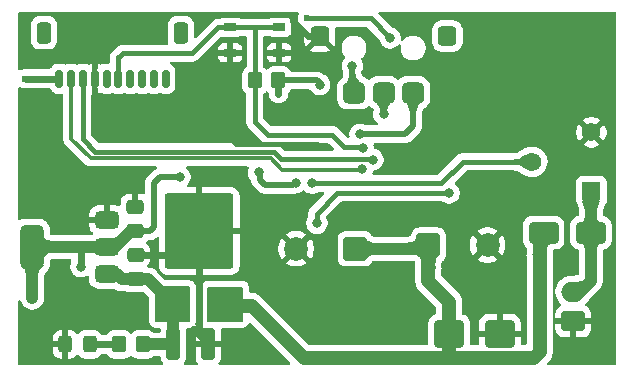
<source format=gbr>
%TF.GenerationSoftware,KiCad,Pcbnew,9.0.6*%
%TF.CreationDate,2025-11-28T18:37:07+03:00*%
%TF.ProjectId,motocounter,6d6f746f-636f-4756-9e74-65722e6b6963,rev?*%
%TF.SameCoordinates,PX7428540PY642ef90*%
%TF.FileFunction,Copper,L2,Bot*%
%TF.FilePolarity,Positive*%
%FSLAX46Y46*%
G04 Gerber Fmt 4.6, Leading zero omitted, Abs format (unit mm)*
G04 Created by KiCad (PCBNEW 9.0.6) date 2025-11-28 18:37:07*
%MOMM*%
%LPD*%
G01*
G04 APERTURE LIST*
G04 Aperture macros list*
%AMRoundRect*
0 Rectangle with rounded corners*
0 $1 Rounding radius*
0 $2 $3 $4 $5 $6 $7 $8 $9 X,Y pos of 4 corners*
0 Add a 4 corners polygon primitive as box body*
4,1,4,$2,$3,$4,$5,$6,$7,$8,$9,$2,$3,0*
0 Add four circle primitives for the rounded corners*
1,1,$1+$1,$2,$3*
1,1,$1+$1,$4,$5*
1,1,$1+$1,$6,$7*
1,1,$1+$1,$8,$9*
0 Add four rect primitives between the rounded corners*
20,1,$1+$1,$2,$3,$4,$5,0*
20,1,$1+$1,$4,$5,$6,$7,0*
20,1,$1+$1,$6,$7,$8,$9,0*
20,1,$1+$1,$8,$9,$2,$3,0*%
G04 Aperture macros list end*
%TA.AperFunction,Conductor*%
%ADD10C,0.200000*%
%TD*%
%TA.AperFunction,SMDPad,CuDef*%
%ADD11R,1.050000X0.650000*%
%TD*%
%TA.AperFunction,SMDPad,CuDef*%
%ADD12RoundRect,0.250000X0.475000X-0.337500X0.475000X0.337500X-0.475000X0.337500X-0.475000X-0.337500X0*%
%TD*%
%TA.AperFunction,ComponentPad*%
%ADD13R,1.560000X1.560000*%
%TD*%
%TA.AperFunction,ComponentPad*%
%ADD14C,1.560000*%
%TD*%
%TA.AperFunction,SMDPad,CuDef*%
%ADD15RoundRect,0.250000X-0.325000X-1.100000X0.325000X-1.100000X0.325000X1.100000X-0.325000X1.100000X0*%
%TD*%
%TA.AperFunction,ComponentPad*%
%ADD16RoundRect,0.250000X-0.750000X-0.750000X0.750000X-0.750000X0.750000X0.750000X-0.750000X0.750000X0*%
%TD*%
%TA.AperFunction,ComponentPad*%
%ADD17C,2.000000*%
%TD*%
%TA.AperFunction,SMDPad,CuDef*%
%ADD18RoundRect,0.375000X0.625000X0.375000X-0.625000X0.375000X-0.625000X-0.375000X0.625000X-0.375000X0*%
%TD*%
%TA.AperFunction,SMDPad,CuDef*%
%ADD19RoundRect,0.500000X0.500000X1.400000X-0.500000X1.400000X-0.500000X-1.400000X0.500000X-1.400000X0*%
%TD*%
%TA.AperFunction,SMDPad,CuDef*%
%ADD20RoundRect,0.250000X-1.000000X-0.650000X1.000000X-0.650000X1.000000X0.650000X-1.000000X0.650000X0*%
%TD*%
%TA.AperFunction,SMDPad,CuDef*%
%ADD21RoundRect,0.250000X-0.325000X-0.450000X0.325000X-0.450000X0.325000X0.450000X-0.325000X0.450000X0*%
%TD*%
%TA.AperFunction,SMDPad,CuDef*%
%ADD22RoundRect,0.250000X0.350000X0.450000X-0.350000X0.450000X-0.350000X-0.450000X0.350000X-0.450000X0*%
%TD*%
%TA.AperFunction,ComponentPad*%
%ADD23RoundRect,0.250000X0.750000X-0.600000X0.750000X0.600000X-0.750000X0.600000X-0.750000X-0.600000X0*%
%TD*%
%TA.AperFunction,ComponentPad*%
%ADD24O,2.000000X1.700000*%
%TD*%
%TA.AperFunction,SMDPad,CuDef*%
%ADD25RoundRect,0.250000X-1.000000X-0.900000X1.000000X-0.900000X1.000000X0.900000X-1.000000X0.900000X0*%
%TD*%
%TA.AperFunction,SMDPad,CuDef*%
%ADD26RoundRect,0.250000X-0.350000X-0.450000X0.350000X-0.450000X0.350000X0.450000X-0.350000X0.450000X0*%
%TD*%
%TA.AperFunction,SMDPad,CuDef*%
%ADD27RoundRect,0.400000X0.400000X-0.450000X0.400000X0.450000X-0.400000X0.450000X-0.400000X-0.450000X0*%
%TD*%
%TA.AperFunction,SMDPad,CuDef*%
%ADD28RoundRect,0.450000X-0.500000X-0.450000X0.500000X-0.450000X0.500000X0.450000X-0.500000X0.450000X0*%
%TD*%
%TA.AperFunction,ComponentPad*%
%ADD29RoundRect,0.250000X0.750000X0.750000X-0.750000X0.750000X-0.750000X-0.750000X0.750000X-0.750000X0*%
%TD*%
%TA.AperFunction,SMDPad,CuDef*%
%ADD30RoundRect,0.250000X0.350000X-0.850000X0.350000X0.850000X-0.350000X0.850000X-0.350000X-0.850000X0*%
%TD*%
%TA.AperFunction,SMDPad,CuDef*%
%ADD31RoundRect,0.249997X2.650003X-2.950003X2.650003X2.950003X-2.650003X2.950003X-2.650003X-2.950003X0*%
%TD*%
%TA.AperFunction,SMDPad,CuDef*%
%ADD32RoundRect,0.150000X-0.150000X-0.625000X0.150000X-0.625000X0.150000X0.625000X-0.150000X0.625000X0*%
%TD*%
%TA.AperFunction,SMDPad,CuDef*%
%ADD33RoundRect,0.250000X-0.350000X-0.650000X0.350000X-0.650000X0.350000X0.650000X-0.350000X0.650000X0*%
%TD*%
%TA.AperFunction,ViaPad*%
%ADD34C,0.600000*%
%TD*%
%TA.AperFunction,ViaPad*%
%ADD35C,0.800000*%
%TD*%
%TA.AperFunction,Conductor*%
%ADD36C,1.200000*%
%TD*%
%TA.AperFunction,Conductor*%
%ADD37C,0.600000*%
%TD*%
%TA.AperFunction,Conductor*%
%ADD38C,1.000000*%
%TD*%
%TA.AperFunction,Conductor*%
%ADD39C,0.400000*%
%TD*%
%TA.AperFunction,Conductor*%
%ADD40C,0.500000*%
%TD*%
%TA.AperFunction,Conductor*%
%ADD41C,0.450000*%
%TD*%
%TA.AperFunction,Conductor*%
%ADD42C,0.350000*%
%TD*%
G04 APERTURE END LIST*
%TO.N,+5V*%
D10*
X12200000Y7100000D02*
X14950000Y7100000D01*
X14950000Y4250000D01*
X12200000Y4250000D01*
X12200000Y7100000D01*
%TA.AperFunction,Conductor*%
G36*
X12200000Y7100000D02*
G01*
X14950000Y7100000D01*
X14950000Y4250000D01*
X12200000Y4250000D01*
X12200000Y7100000D01*
G37*
%TD.AperFunction*%
%TO.N,Net-(D1-K)*%
X16600000Y7050000D02*
X19450000Y7050000D01*
X19450000Y4250000D01*
X16600000Y4250000D01*
X16600000Y7050000D01*
%TA.AperFunction,Conductor*%
G36*
X16600000Y7050000D02*
G01*
X19450000Y7050000D01*
X19450000Y4250000D01*
X16600000Y4250000D01*
X16600000Y7050000D01*
G37*
%TD.AperFunction*%
%TD*%
D11*
%TO.P,rst_but1,1,1*%
%TO.N,GND*%
X18450000Y26950000D03*
X22600000Y26950000D03*
%TO.P,rst_but1,2,2*%
%TO.N,rst*%
X18450000Y29100000D03*
X22600000Y29100000D03*
%TD*%
D12*
%TO.P,C4,1*%
%TO.N,+5V*%
X10450000Y7750000D03*
%TO.P,C4,2*%
%TO.N,GND*%
X10450000Y9825000D03*
%TD*%
D13*
%TO.P,RV1,1,1*%
%TO.N,ADC*%
X49050000Y15200000D03*
D14*
%TO.P,RV1,2,2*%
%TO.N,ADC2MCU*%
X44050000Y17700000D03*
%TO.P,RV1,3,3*%
%TO.N,GND*%
X49050000Y20200000D03*
%TD*%
D15*
%TO.P,C5,1*%
%TO.N,+5V*%
X13650000Y2300000D03*
%TO.P,C5,2*%
%TO.N,GND*%
X16600000Y2300000D03*
%TD*%
D16*
%TO.P,C1,1*%
%TO.N,Net-(D1-K)*%
X35250000Y10650000D03*
D17*
%TO.P,C1,2*%
%TO.N,GND*%
X40250000Y10650000D03*
%TD*%
D18*
%TO.P,U3,1,GND*%
%TO.N,GND*%
X8000000Y12800000D03*
%TO.P,U3,2,VO*%
%TO.N,+3.3V*%
X8000000Y10500000D03*
D19*
X1700000Y10500000D03*
D18*
%TO.P,U3,3,VI*%
%TO.N,+5V*%
X8000000Y8200000D03*
%TD*%
D20*
%TO.P,D1,1,K*%
%TO.N,Net-(D1-K)*%
X45000000Y11700000D03*
%TO.P,D1,2,A*%
%TO.N,ADC*%
X49000000Y11700000D03*
%TD*%
D21*
%TO.P,D3,1,K*%
%TO.N,GND*%
X4500000Y2250000D03*
%TO.P,D3,2,A*%
%TO.N,Net-(D3-A)*%
X6550000Y2250000D03*
%TD*%
D22*
%TO.P,R1,1*%
%TO.N,+3.3V*%
X22550000Y24600000D03*
%TO.P,R1,2*%
%TO.N,rst*%
X20550000Y24600000D03*
%TD*%
D23*
%TO.P,J1,1,Pin_1*%
%TO.N,GND*%
X47500000Y4200000D03*
D24*
%TO.P,J1,2,Pin_2*%
%TO.N,ADC*%
X47500000Y6700000D03*
%TD*%
D12*
%TO.P,C6,1*%
%TO.N,+3.3V*%
X10400000Y11850000D03*
%TO.P,C6,2*%
%TO.N,GND*%
X10400000Y13925000D03*
%TD*%
D25*
%TO.P,D2,1,A1*%
%TO.N,Net-(D1-K)*%
X37000000Y3150000D03*
%TO.P,D2,2,A2*%
%TO.N,GND*%
X41300000Y3150000D03*
%TD*%
D26*
%TO.P,R4,1*%
%TO.N,Net-(D3-A)*%
X9050000Y2250000D03*
%TO.P,R4,2*%
%TO.N,+5V*%
X11050000Y2250000D03*
%TD*%
D27*
%TO.P,Joystick,1,no-op*%
%TO.N,unconnected-(S1-no-op-Pad1)*%
X36850000Y28350000D03*
D28*
%TO.P,Joystick,2,left*%
%TO.N,LEFT_BUTTON*%
X33950000Y23550000D03*
%TO.P,Joystick,3,center*%
%TO.N,OK_BUTTON*%
X31450000Y23550000D03*
%TO.P,Joystick,4,right*%
%TO.N,RIGHT_BUTTON*%
X28950000Y23550000D03*
D27*
%TO.P,Joystick,5,general*%
%TO.N,GND*%
X26050000Y28350000D03*
%TD*%
D29*
%TO.P,C2,1*%
%TO.N,Net-(D1-K)*%
X29050000Y10350000D03*
D17*
%TO.P,C2,2*%
%TO.N,GND*%
X24050000Y10350000D03*
%TD*%
D30*
%TO.P,U1,1,IN*%
%TO.N,Net-(D1-K)*%
X18130000Y5550000D03*
D31*
%TO.P,U1,2,GND*%
%TO.N,GND*%
X15850000Y11850000D03*
D30*
%TO.P,U1,3,OUT*%
%TO.N,+5V*%
X13570000Y5550000D03*
%TD*%
D32*
%TO.P,STLink_v2.1,1,Pin_1*%
%TO.N,+3.3V*%
X4000000Y24750000D03*
%TO.P,STLink_v2.1,2,Pin_2*%
%TO.N,SWDIO*%
X5000000Y24750000D03*
%TO.P,STLink_v2.1,3,Pin_3*%
%TO.N,SWCLK*%
X6000000Y24750000D03*
%TO.P,STLink_v2.1,4,Pin_4*%
%TO.N,GND*%
X7000000Y24750000D03*
%TO.P,STLink_v2.1,5,Pin_5*%
%TO.N,unconnected-(STLink_v2.1-Pin_5-Pad5)*%
X8000000Y24750000D03*
%TO.P,STLink_v2.1,6,Pin_6*%
%TO.N,rst*%
X9000000Y24750000D03*
%TO.P,STLink_v2.1,7,Pin_7*%
%TO.N,unconnected-(STLink_v2.1-Pin_7-Pad7)*%
X10000000Y24750000D03*
%TO.P,STLink_v2.1,8,Pin_8*%
%TO.N,unconnected-(STLink_v2.1-Pin_8-Pad8)*%
X11000000Y24750000D03*
%TO.P,STLink_v2.1,9,Pin_9*%
%TO.N,unconnected-(STLink_v2.1-Pin_9-Pad9)*%
X12000000Y24750000D03*
%TO.P,STLink_v2.1,10,Pin_10*%
%TO.N,unconnected-(STLink_v2.1-Pin_10-Pad10)*%
X13000000Y24750000D03*
D33*
%TO.P,STLink_v2.1,MP*%
%TO.N,N/C*%
X2700000Y28625000D03*
X14300000Y28625000D03*
%TD*%
D34*
%TO.N,GND*%
X18050000Y21000000D03*
D35*
X46800000Y15900000D03*
D34*
X3250000Y4450000D03*
D35*
X24800000Y7100000D03*
X14350000Y10350000D03*
X20850000Y12650000D03*
D34*
X26084575Y18872499D03*
D35*
X27000000Y4650000D03*
X15850000Y26000000D03*
X34000000Y19050000D03*
X11200000Y4450000D03*
X37100000Y18300000D03*
X15900000Y16300000D03*
X28650000Y4500000D03*
X46400000Y1150000D03*
X46600000Y22400000D03*
X1300000Y3700000D03*
X46950000Y28650000D03*
X6450000Y16800000D03*
D34*
X21850000Y1150000D03*
D35*
X7000000Y4450000D03*
D34*
X22600000Y26950000D03*
D35*
X23975000Y22450000D03*
X33400000Y4600000D03*
D34*
%TO.N,+3.3V*%
X1050000Y24750000D03*
D35*
X32000000Y28200000D03*
D34*
X1700000Y6200000D03*
D35*
X14200000Y16400000D03*
D34*
X25000000Y29850000D03*
D35*
X26050000Y24250000D03*
X5825000Y8825000D03*
%TO.N,SWCLK*%
X30550000Y17900000D03*
%TO.N,SWDIO*%
X29650000Y17100000D03*
%TO.N,rst*%
X29715952Y18920705D03*
%TO.N,SCL*%
X37000000Y15075000D03*
X25800000Y12500000D03*
%TO.N,ADC2MCU*%
X25400000Y15900000D03*
%TO.N,LEFT_BUTTON*%
X29450000Y20050000D03*
%TO.N,RIGHT_BUTTON*%
X28800000Y25850000D03*
%TO.N,OK_BUTTON*%
X31450000Y21750000D03*
%TO.N,DC_disp*%
X24000000Y15950000D03*
X20865409Y16805331D03*
%TD*%
D36*
%TO.N,Net-(D1-K)*%
X35250000Y7600000D02*
X37000000Y5850000D01*
X44150000Y1100000D02*
X24700000Y1100000D01*
D37*
X34850000Y10650000D02*
X34550000Y10350000D01*
D36*
X45000000Y11700000D02*
X44650000Y11350000D01*
X44650000Y11350000D02*
X44650000Y1600000D01*
D37*
X35250000Y10650000D02*
X34850000Y10650000D01*
D36*
X20270000Y5530000D02*
X18150000Y5530000D01*
D38*
X18150000Y5530000D02*
X18130000Y5550000D01*
D36*
X24700000Y1100000D02*
X20270000Y5530000D01*
D38*
X34550000Y10350000D02*
X29050000Y10350000D01*
D36*
X35250000Y10650000D02*
X35250000Y7600000D01*
X37000000Y5850000D02*
X37000000Y1250000D01*
X44650000Y1600000D02*
X44150000Y1100000D01*
D37*
%TO.N,GND*%
X15850000Y3050000D02*
X16600000Y2300000D01*
D39*
X13825000Y9825000D02*
X14350000Y10350000D01*
X18973000Y19177000D02*
X18045000Y20105000D01*
X26084575Y18872499D02*
X25780074Y19177000D01*
D37*
X25050000Y28350000D02*
X23750000Y29650000D01*
D39*
X10400000Y15500000D02*
X10300000Y15600000D01*
D37*
X26050000Y28350000D02*
X25050000Y28350000D01*
D39*
X25780074Y19177000D02*
X18973000Y19177000D01*
D37*
X15850000Y11850000D02*
X15850000Y3050000D01*
X10450000Y9825000D02*
X13825000Y9825000D01*
D39*
X18050000Y20110000D02*
X18050000Y21000000D01*
X10400000Y13925000D02*
X10400000Y15500000D01*
X18045000Y20105000D02*
X18050000Y20110000D01*
X14350000Y10350000D02*
X15850000Y11850000D01*
D40*
%TO.N,+3.3V*%
X12000000Y15900000D02*
X12000000Y12150000D01*
D37*
X10050000Y11850000D02*
X10400000Y11850000D01*
X5800000Y8875000D02*
X5800000Y10500000D01*
D38*
X5800000Y10500000D02*
X1700000Y10500000D01*
X8700000Y10500000D02*
X10050000Y11850000D01*
D40*
X26050000Y24250000D02*
X26050000Y24350000D01*
X25800000Y24600000D02*
X22550000Y24600000D01*
X26050000Y24350000D02*
X25800000Y24600000D01*
D37*
X8000000Y10500000D02*
X8700000Y10500000D01*
D39*
X22550000Y24600000D02*
X22550000Y24000000D01*
D41*
X32000000Y28200000D02*
X30350000Y29850000D01*
D38*
X1700000Y10500000D02*
X1700000Y6200000D01*
X8000000Y10500000D02*
X5800000Y10500000D01*
D40*
X11700000Y11850000D02*
X10400000Y11850000D01*
D37*
X5825000Y8825000D02*
X5825000Y8850000D01*
D40*
X14200000Y16400000D02*
X12500000Y16400000D01*
D37*
X1200000Y24750000D02*
X4000000Y24750000D01*
D40*
X12500000Y16400000D02*
X12000000Y15900000D01*
D37*
X22550000Y23450000D02*
X22550000Y24600000D01*
D40*
X12000000Y12150000D02*
X11700000Y11850000D01*
D41*
X30350000Y29850000D02*
X25000000Y29850000D01*
D37*
X5825000Y8850000D02*
X5800000Y8875000D01*
D38*
%TO.N,+5V*%
X8850000Y8200000D02*
X9300000Y7750000D01*
D37*
X13650000Y5470000D02*
X13570000Y5550000D01*
D38*
X13650000Y2300000D02*
X13650000Y5470000D01*
D37*
X8000000Y8200000D02*
X8850000Y8200000D01*
D38*
X13575000Y5675000D02*
X11500000Y7750000D01*
X9300000Y7750000D02*
X10450000Y7750000D01*
X11500000Y7750000D02*
X10450000Y7750000D01*
X11050000Y2250000D02*
X13600000Y2250000D01*
%TO.N,ADC*%
X48100000Y6700000D02*
X49000000Y7600000D01*
D37*
X47500000Y6700000D02*
X48100000Y6700000D01*
D38*
X49000000Y7600000D02*
X49000000Y11700000D01*
X49000000Y11700000D02*
X49000000Y15150000D01*
D37*
X49000000Y15150000D02*
X49050000Y15200000D01*
%TO.N,Net-(D3-A)*%
X6550000Y2250000D02*
X9050000Y2250000D01*
D39*
%TO.N,SWCLK*%
X7034000Y18576000D02*
X6000000Y19610000D01*
X30550000Y17900000D02*
X30500000Y17950000D01*
X6000000Y19610000D02*
X6000000Y24750000D01*
X30500000Y17950000D02*
X22764588Y17950000D01*
X22764588Y17950000D02*
X22138587Y18576000D01*
X22138587Y18576000D02*
X7034000Y18576000D01*
D42*
%TO.N,SWDIO*%
X21900000Y18000000D02*
X6650000Y18000000D01*
X6650000Y18000000D02*
X5000000Y19650000D01*
X5000000Y19650000D02*
X5000000Y24750000D01*
X22850000Y17050000D02*
X21900000Y18000000D01*
X29650000Y17100000D02*
X29600000Y17050000D01*
X29600000Y17050000D02*
X22850000Y17050000D01*
D41*
%TO.N,rst*%
X18450000Y29100000D02*
X20000000Y29100000D01*
X21640000Y20000000D02*
X20550000Y21090000D01*
D39*
X20550000Y29100000D02*
X20550000Y24600000D01*
D41*
X29795247Y19000000D02*
X28100000Y19000000D01*
X29715952Y18920705D02*
X29795247Y19000000D01*
X22600000Y29100000D02*
X20000000Y29100000D01*
D39*
X15250000Y26900000D02*
X9350000Y26900000D01*
X18450000Y29100000D02*
X17450000Y29100000D01*
D41*
X27100000Y20000000D02*
X21640000Y20000000D01*
D39*
X9350000Y26900000D02*
X9050000Y26600000D01*
D41*
X28100000Y19000000D02*
X27100000Y20000000D01*
D39*
X18400000Y29150000D02*
X18450000Y29100000D01*
X17450000Y29100000D02*
X15250000Y26900000D01*
X9000000Y24750000D02*
X9000000Y26550000D01*
X20750000Y24400000D02*
X20550000Y24600000D01*
D41*
X20550000Y21090000D02*
X20550000Y24600000D01*
%TO.N,SCL*%
X27543266Y15075000D02*
X37000000Y15075000D01*
X25800000Y13331734D02*
X27543266Y15075000D01*
X25800000Y12500000D02*
X25800000Y13331734D01*
%TO.N,ADC2MCU*%
X36350000Y15900000D02*
X25400000Y15900000D01*
X38150000Y17700000D02*
X36350000Y15900000D01*
X44050000Y17700000D02*
X38150000Y17700000D01*
D40*
%TO.N,LEFT_BUTTON*%
X29450000Y20050000D02*
X33250000Y20050000D01*
X33950000Y20750000D02*
X33950000Y23550000D01*
X33250000Y20050000D02*
X33950000Y20750000D01*
D39*
%TO.N,RIGHT_BUTTON*%
X28800000Y23700000D02*
X28950000Y23550000D01*
D40*
X28800000Y25850000D02*
X28800000Y23700000D01*
%TO.N,OK_BUTTON*%
X31450000Y21750000D02*
X31450000Y23550000D01*
%TO.N,DC_disp*%
X21400000Y15750000D02*
X23800000Y15750000D01*
X20944669Y16726071D02*
X20944669Y16205331D01*
X20865409Y16805331D02*
X20944669Y16726071D01*
X20944669Y16205331D02*
X21400000Y15750000D01*
X23800000Y15750000D02*
X24000000Y15950000D01*
%TD*%
%TA.AperFunction,Conductor*%
%TO.N,GND*%
G36*
X4942539Y9479815D02*
G01*
X4988294Y9427011D01*
X4999500Y9375500D01*
X4999500Y9209851D01*
X4990061Y9162399D01*
X4959106Y9087668D01*
X4959103Y9087659D01*
X4924500Y8913696D01*
X4924500Y8736305D01*
X4959103Y8562342D01*
X4959106Y8562333D01*
X5026983Y8398460D01*
X5026990Y8398447D01*
X5125535Y8250966D01*
X5125538Y8250962D01*
X5250961Y8125539D01*
X5250965Y8125536D01*
X5398446Y8026991D01*
X5398459Y8026984D01*
X5521363Y7976077D01*
X5562334Y7959106D01*
X5562336Y7959106D01*
X5562341Y7959104D01*
X5736304Y7924501D01*
X5736307Y7924500D01*
X5736309Y7924500D01*
X5913693Y7924500D01*
X5913694Y7924501D01*
X5971682Y7936036D01*
X6087658Y7959104D01*
X6087661Y7959106D01*
X6087666Y7959106D01*
X6251547Y8026987D01*
X6306608Y8063779D01*
X6373285Y8084657D01*
X6440665Y8066173D01*
X6487356Y8014195D01*
X6499500Y7960678D01*
X6499500Y7748879D01*
X6499501Y7748875D01*
X6502399Y7706114D01*
X6502399Y7706113D01*
X6548360Y7521304D01*
X6632967Y7350708D01*
X6632969Y7350705D01*
X6752277Y7202279D01*
X6752278Y7202278D01*
X6900704Y7082970D01*
X6900707Y7082968D01*
X7071302Y6998361D01*
X7071303Y6998361D01*
X7071307Y6998359D01*
X7256111Y6952400D01*
X7298877Y6949500D01*
X8659564Y6949501D01*
X8726603Y6929816D01*
X8728418Y6928628D01*
X8826086Y6863368D01*
X8826087Y6863368D01*
X8826088Y6863367D01*
X8954833Y6810039D01*
X9008159Y6787951D01*
X9008164Y6787949D01*
X9053948Y6778842D01*
X9090825Y6771507D01*
X9201456Y6749500D01*
X9201459Y6749500D01*
X9201460Y6749500D01*
X9398540Y6749500D01*
X9585134Y6749500D01*
X9650231Y6731039D01*
X9655666Y6727686D01*
X9822203Y6672501D01*
X9924991Y6662000D01*
X10975008Y6662001D01*
X10975016Y6662002D01*
X10975019Y6662002D01*
X10998896Y6664442D01*
X11077797Y6672501D01*
X11077804Y6672504D01*
X11081677Y6673332D01*
X11084133Y6673149D01*
X11084533Y6673189D01*
X11084540Y6673118D01*
X11151352Y6668119D01*
X11195319Y6639761D01*
X11563181Y6271899D01*
X11596666Y6210576D01*
X11599500Y6184218D01*
X11599500Y4170943D01*
X11638867Y4024025D01*
X11640423Y4018217D01*
X11640426Y4018210D01*
X11719475Y3881291D01*
X11719479Y3881286D01*
X11719480Y3881284D01*
X11831284Y3769480D01*
X11831286Y3769479D01*
X11831290Y3769476D01*
X11951628Y3700000D01*
X11968216Y3690423D01*
X12120943Y3649500D01*
X12279057Y3649500D01*
X12457567Y3649500D01*
X12469034Y3646133D01*
X12480933Y3647279D01*
X12501942Y3636470D01*
X12524606Y3629815D01*
X12532432Y3620783D01*
X12543062Y3615314D01*
X12554891Y3594864D01*
X12570361Y3577011D01*
X12572939Y3563665D01*
X12578047Y3554834D01*
X12579921Y3527517D01*
X12581431Y3519703D01*
X12581271Y3516288D01*
X12574500Y3450009D01*
X12574500Y3371609D01*
X12574364Y3368703D01*
X12563873Y3338312D01*
X12554815Y3307461D01*
X12552546Y3305496D01*
X12551567Y3302657D01*
X12526302Y3282755D01*
X12502011Y3261706D01*
X12498656Y3260977D01*
X12496682Y3259421D01*
X12487394Y3258527D01*
X12450500Y3250500D01*
X11962230Y3250500D01*
X11895191Y3270185D01*
X11874549Y3286819D01*
X11868657Y3292711D01*
X11868656Y3292712D01*
X11719334Y3384814D01*
X11552797Y3439999D01*
X11552795Y3440000D01*
X11450010Y3450500D01*
X10649998Y3450500D01*
X10649980Y3450499D01*
X10547203Y3440000D01*
X10547200Y3439999D01*
X10380668Y3384815D01*
X10380663Y3384813D01*
X10231342Y3292711D01*
X10137681Y3199049D01*
X10076358Y3165564D01*
X10006666Y3170548D01*
X9962319Y3199049D01*
X9868657Y3292711D01*
X9868656Y3292712D01*
X9719334Y3384814D01*
X9552797Y3439999D01*
X9552795Y3440000D01*
X9450010Y3450500D01*
X8649998Y3450500D01*
X8649980Y3450499D01*
X8547203Y3440000D01*
X8547200Y3439999D01*
X8380668Y3384815D01*
X8380663Y3384813D01*
X8231342Y3292711D01*
X8107289Y3168658D01*
X8070741Y3109403D01*
X8018793Y3062679D01*
X7965202Y3050500D01*
X7609798Y3050500D01*
X7542759Y3070185D01*
X7504259Y3109403D01*
X7490534Y3131655D01*
X7467712Y3168656D01*
X7343656Y3292712D01*
X7194334Y3384814D01*
X7027797Y3439999D01*
X7027795Y3440000D01*
X6925010Y3450500D01*
X6174998Y3450500D01*
X6174980Y3450499D01*
X6072203Y3440000D01*
X6072200Y3439999D01*
X5905668Y3384815D01*
X5905663Y3384813D01*
X5756342Y3292711D01*
X5632288Y3168657D01*
X5632283Y3168651D01*
X5630241Y3165339D01*
X5628247Y3163547D01*
X5627807Y3162989D01*
X5627711Y3163065D01*
X5578291Y3118617D01*
X5509328Y3107398D01*
X5445247Y3135245D01*
X5419168Y3165344D01*
X5417319Y3168341D01*
X5417316Y3168345D01*
X5293345Y3292316D01*
X5144124Y3384357D01*
X5144119Y3384359D01*
X4977697Y3439506D01*
X4977690Y3439507D01*
X4874986Y3450000D01*
X4750000Y3450000D01*
X4750000Y1050001D01*
X4874972Y1050001D01*
X4874986Y1050002D01*
X4977697Y1060495D01*
X5144119Y1115642D01*
X5144124Y1115644D01*
X5293345Y1207685D01*
X5417318Y1331658D01*
X5419165Y1334652D01*
X5420969Y1336276D01*
X5421798Y1337323D01*
X5421976Y1337182D01*
X5471110Y1381379D01*
X5540073Y1392604D01*
X5604156Y1364764D01*
X5630243Y1334659D01*
X5632288Y1331344D01*
X5756344Y1207288D01*
X5905666Y1115186D01*
X6072203Y1060001D01*
X6174991Y1049500D01*
X6925008Y1049501D01*
X6925016Y1049502D01*
X6925019Y1049502D01*
X6981302Y1055252D01*
X7027797Y1060001D01*
X7194334Y1115186D01*
X7343656Y1207288D01*
X7467712Y1331344D01*
X7504259Y1390598D01*
X7556207Y1437321D01*
X7609798Y1449500D01*
X7965202Y1449500D01*
X8032241Y1429815D01*
X8070739Y1390599D01*
X8107288Y1331344D01*
X8231344Y1207288D01*
X8380666Y1115186D01*
X8547203Y1060001D01*
X8649991Y1049500D01*
X9450008Y1049501D01*
X9450016Y1049502D01*
X9450019Y1049502D01*
X9506302Y1055252D01*
X9552797Y1060001D01*
X9719334Y1115186D01*
X9868656Y1207288D01*
X9962319Y1300951D01*
X10023642Y1334436D01*
X10093334Y1329452D01*
X10137681Y1300951D01*
X10231344Y1207288D01*
X10380666Y1115186D01*
X10547203Y1060001D01*
X10649991Y1049500D01*
X11450008Y1049501D01*
X11450016Y1049502D01*
X11450019Y1049502D01*
X11506302Y1055252D01*
X11552797Y1060001D01*
X11719334Y1115186D01*
X11868656Y1207288D01*
X11874549Y1213181D01*
X11935872Y1246666D01*
X11962230Y1249500D01*
X12452357Y1249500D01*
X12519396Y1229815D01*
X12565151Y1177011D01*
X12575715Y1138102D01*
X12585001Y1047203D01*
X12585001Y1047201D01*
X12639389Y883072D01*
X12640186Y880666D01*
X12732096Y731655D01*
X12732289Y731343D01*
X12751451Y712181D01*
X12784936Y650858D01*
X12779952Y581166D01*
X12738080Y525233D01*
X12672616Y500816D01*
X12663770Y500500D01*
X624500Y500500D01*
X557461Y520185D01*
X511706Y572989D01*
X500500Y624500D01*
X500500Y1750014D01*
X3425001Y1750014D01*
X3435494Y1647303D01*
X3490641Y1480881D01*
X3490643Y1480876D01*
X3582684Y1331655D01*
X3706654Y1207685D01*
X3855875Y1115644D01*
X3855880Y1115642D01*
X4022302Y1060495D01*
X4022309Y1060494D01*
X4125019Y1050001D01*
X4249999Y1050001D01*
X4250000Y1050002D01*
X4250000Y2000000D01*
X3425001Y2000000D01*
X3425001Y1750014D01*
X500500Y1750014D01*
X500500Y2749987D01*
X3425000Y2749987D01*
X3425000Y2500000D01*
X4250000Y2500000D01*
X4250000Y3450000D01*
X4125027Y3450000D01*
X4125012Y3449999D01*
X4022302Y3439506D01*
X3855880Y3384359D01*
X3855875Y3384357D01*
X3706654Y3292316D01*
X3582684Y3168346D01*
X3490643Y3019125D01*
X3490641Y3019120D01*
X3435494Y2852698D01*
X3435493Y2852691D01*
X3425000Y2749987D01*
X500500Y2749987D01*
X500500Y5858028D01*
X520185Y5925067D01*
X572989Y5970822D01*
X642147Y5980766D01*
X705703Y5951741D01*
X739061Y5905480D01*
X813364Y5726093D01*
X813371Y5726080D01*
X922860Y5562219D01*
X922863Y5562215D01*
X1062214Y5422864D01*
X1062218Y5422861D01*
X1226079Y5313372D01*
X1226092Y5313365D01*
X1408160Y5237951D01*
X1408165Y5237949D01*
X1408169Y5237949D01*
X1408170Y5237948D01*
X1601456Y5199500D01*
X1601459Y5199500D01*
X1798543Y5199500D01*
X1928582Y5225368D01*
X1991835Y5237949D01*
X2173914Y5313368D01*
X2337782Y5422861D01*
X2477139Y5562218D01*
X2586632Y5726086D01*
X2662051Y5908165D01*
X2678764Y5992184D01*
X2700500Y6101457D01*
X2700500Y7568571D01*
X2700873Y7578178D01*
X2701181Y7582146D01*
X2705485Y7612343D01*
X2705458Y7633539D01*
X2711565Y7938199D01*
X2712016Y7946549D01*
X2724745Y8091022D01*
X2726058Y8101136D01*
X2726146Y8101645D01*
X2745552Y8214555D01*
X2776308Y8277290D01*
X2789400Y8289651D01*
X2911109Y8388891D01*
X2918911Y8398460D01*
X3039698Y8546593D01*
X3133909Y8726951D01*
X3189886Y8922582D01*
X3200500Y9041963D01*
X3200499Y9342507D01*
X3210086Y9375158D01*
X3219155Y9407917D01*
X3219900Y9408584D01*
X3220183Y9409545D01*
X3245890Y9431821D01*
X3271242Y9454487D01*
X3272499Y9454878D01*
X3272987Y9455300D01*
X3304945Y9464955D01*
X3417698Y9482957D01*
X3431531Y9484374D01*
X3646531Y9494249D01*
X3651881Y9494379D01*
X3689600Y9494473D01*
X3743023Y9497438D01*
X3743025Y9497439D01*
X3743031Y9497439D01*
X3746954Y9498045D01*
X3765892Y9499500D01*
X4875500Y9499500D01*
X4942539Y9479815D01*
G37*
%TD.AperFunction*%
%TA.AperFunction,Conductor*%
G36*
X20191827Y4050591D02*
G01*
X20202857Y4040801D01*
X23531477Y712181D01*
X23564962Y650858D01*
X23559978Y581166D01*
X23518106Y525233D01*
X23452642Y500816D01*
X23443796Y500500D01*
X17585523Y500500D01*
X17518484Y520185D01*
X17472729Y572989D01*
X17462785Y642147D01*
X17491810Y705703D01*
X17497842Y712181D01*
X17517315Y731655D01*
X17609356Y880876D01*
X17609358Y880881D01*
X17664505Y1047303D01*
X17664506Y1047310D01*
X17674999Y1150014D01*
X17675000Y1150027D01*
X17675000Y2050000D01*
X15525001Y2050000D01*
X15525001Y1150014D01*
X15535494Y1047303D01*
X15590641Y880881D01*
X15590643Y880876D01*
X15682684Y731655D01*
X15702158Y712181D01*
X15735643Y650858D01*
X15730659Y581166D01*
X15688787Y525233D01*
X15623323Y500816D01*
X15614477Y500500D01*
X14636230Y500500D01*
X14569191Y520185D01*
X14523436Y572989D01*
X14513492Y642147D01*
X14542517Y705703D01*
X14548549Y712181D01*
X14567712Y731344D01*
X14659814Y880666D01*
X14714999Y1047203D01*
X14725500Y1149991D01*
X14725499Y3450008D01*
X14719075Y3512899D01*
X14731845Y3581592D01*
X14779726Y3632476D01*
X14842433Y3649500D01*
X15029055Y3649500D01*
X15029057Y3649500D01*
X15181784Y3690423D01*
X15318716Y3769480D01*
X15380407Y3831172D01*
X15441726Y3864654D01*
X15511418Y3859670D01*
X15567352Y3817799D01*
X15591769Y3752335D01*
X15585791Y3704485D01*
X15535495Y3552701D01*
X15535493Y3552691D01*
X15525000Y3449987D01*
X15525000Y2550000D01*
X17674999Y2550000D01*
X17674999Y3449972D01*
X17674998Y3449990D01*
X17668572Y3512899D01*
X17681342Y3581592D01*
X17729223Y3632476D01*
X17791930Y3649500D01*
X19529055Y3649500D01*
X19529057Y3649500D01*
X19681784Y3690423D01*
X19818716Y3769480D01*
X19930520Y3881284D01*
X20007790Y4015122D01*
X20058355Y4063335D01*
X20126962Y4076559D01*
X20191827Y4050591D01*
G37*
%TD.AperFunction*%
%TA.AperFunction,Conductor*%
G36*
X24242615Y30379815D02*
G01*
X24288370Y30327011D01*
X24298314Y30257853D01*
X24290137Y30228048D01*
X24230264Y30083502D01*
X24230261Y30083490D01*
X24199500Y29928847D01*
X24199500Y29771154D01*
X24230261Y29616511D01*
X24230264Y29616499D01*
X24290602Y29470828D01*
X24290609Y29470815D01*
X24378210Y29339712D01*
X24378213Y29339708D01*
X24489707Y29228214D01*
X24489711Y29228211D01*
X24620814Y29140610D01*
X24620827Y29140603D01*
X24690198Y29111869D01*
X24744602Y29068029D01*
X24766667Y29001735D01*
X24762522Y28965219D01*
X24756185Y28941567D01*
X24756184Y28941563D01*
X24750000Y28862988D01*
X24750000Y27837013D01*
X24756184Y27758437D01*
X24756184Y27758436D01*
X24805150Y27575692D01*
X24844637Y27498191D01*
X25785542Y28439096D01*
X25846865Y28472581D01*
X25916556Y28467597D01*
X25960904Y28439096D01*
X26050000Y28350000D01*
X26139095Y28439095D01*
X26200418Y28472580D01*
X26270110Y28467596D01*
X26314457Y28439095D01*
X27255360Y27498192D01*
X27294850Y27575694D01*
X27343815Y27758436D01*
X27343815Y27758437D01*
X27349999Y27837013D01*
X27350000Y27837025D01*
X27350000Y28862976D01*
X27349999Y28862988D01*
X27343815Y28941564D01*
X27343814Y28941568D01*
X27336623Y28968408D01*
X27338286Y29038257D01*
X27377449Y29096120D01*
X27441678Y29123623D01*
X27456398Y29124500D01*
X29998126Y29124500D01*
X30065165Y29104815D01*
X30085807Y29088181D01*
X31082044Y28091944D01*
X31115529Y28030621D01*
X31115980Y28028455D01*
X31134104Y27937340D01*
X31134107Y27937330D01*
X31201983Y27773460D01*
X31201990Y27773447D01*
X31300535Y27625966D01*
X31300538Y27625962D01*
X31425961Y27500539D01*
X31425965Y27500536D01*
X31573446Y27401991D01*
X31573459Y27401984D01*
X31653229Y27368943D01*
X31737334Y27334106D01*
X31737336Y27334106D01*
X31737341Y27334104D01*
X31911304Y27299501D01*
X31911307Y27299500D01*
X31911309Y27299500D01*
X32088693Y27299500D01*
X32088694Y27299501D01*
X32146682Y27311036D01*
X32262658Y27334104D01*
X32262661Y27334106D01*
X32262666Y27334106D01*
X32426547Y27401987D01*
X32574035Y27500536D01*
X32699464Y27625965D01*
X32699466Y27625969D01*
X32702954Y27629456D01*
X32764277Y27662941D01*
X32833969Y27657957D01*
X32889903Y27616086D01*
X32914320Y27550622D01*
X32912254Y27517585D01*
X32899500Y27453464D01*
X32899500Y27246531D01*
X32939868Y27043588D01*
X32939870Y27043580D01*
X33019058Y26852404D01*
X33134024Y26680343D01*
X33280342Y26534025D01*
X33280345Y26534023D01*
X33452402Y26419059D01*
X33643580Y26339870D01*
X33846530Y26299501D01*
X33846534Y26299500D01*
X33846535Y26299500D01*
X34053466Y26299500D01*
X34053467Y26299501D01*
X34256420Y26339870D01*
X34447598Y26419059D01*
X34619655Y26534023D01*
X34765977Y26680345D01*
X34880941Y26852402D01*
X34960130Y27043580D01*
X35000500Y27246535D01*
X35000500Y27453465D01*
X34960130Y27656420D01*
X34880941Y27847598D01*
X34765977Y28019655D01*
X34765975Y28019658D01*
X34619657Y28165976D01*
X34469646Y28266209D01*
X34447598Y28280941D01*
X34374363Y28311276D01*
X34256420Y28360130D01*
X34256412Y28360132D01*
X34053469Y28400500D01*
X34053465Y28400500D01*
X33846535Y28400500D01*
X33846530Y28400500D01*
X33643587Y28360132D01*
X33643579Y28360130D01*
X33452403Y28280942D01*
X33280342Y28165976D01*
X33134025Y28019659D01*
X33134020Y28019652D01*
X33121891Y28001500D01*
X33068278Y27956695D01*
X32998953Y27947989D01*
X32935926Y27978145D01*
X32899208Y28037588D01*
X32897173Y28094584D01*
X32900500Y28111309D01*
X32900500Y28288691D01*
X32900500Y28288694D01*
X32900499Y28288696D01*
X32865896Y28462659D01*
X32865893Y28462668D01*
X32863851Y28467597D01*
X32836897Y28532672D01*
X32798016Y28626541D01*
X32798009Y28626554D01*
X32699464Y28774035D01*
X32699461Y28774039D01*
X32610473Y28863027D01*
X35549500Y28863027D01*
X35549500Y27836990D01*
X35549501Y27836971D01*
X35555687Y27758357D01*
X35555688Y27758355D01*
X35604680Y27575512D01*
X35605665Y27573579D01*
X35690614Y27406854D01*
X35721314Y27368943D01*
X35809743Y27259743D01*
X35916311Y27173446D01*
X35956853Y27140615D01*
X36040371Y27098062D01*
X36125512Y27054680D01*
X36308355Y27005688D01*
X36386979Y26999500D01*
X37313020Y26999501D01*
X37391645Y27005688D01*
X37574488Y27054680D01*
X37719160Y27128394D01*
X37743146Y27140615D01*
X37743147Y27140617D01*
X37743149Y27140617D01*
X37890257Y27259743D01*
X38009383Y27406851D01*
X38095320Y27575512D01*
X38144312Y27758355D01*
X38150500Y27836979D01*
X38150499Y28863020D01*
X38144312Y28941645D01*
X38095320Y29124488D01*
X38042469Y29228214D01*
X38009385Y29293147D01*
X37971677Y29339712D01*
X37890257Y29440257D01*
X37776368Y29532483D01*
X37743146Y29559386D01*
X37617868Y29623217D01*
X37574488Y29645320D01*
X37492322Y29667336D01*
X37391643Y29694313D01*
X37319736Y29699972D01*
X37313021Y29700500D01*
X37313020Y29700500D01*
X36386989Y29700500D01*
X36386970Y29700499D01*
X36308356Y29694313D01*
X36125512Y29645320D01*
X35956853Y29559386D01*
X35809743Y29440257D01*
X35690614Y29293147D01*
X35604680Y29124488D01*
X35555687Y28941644D01*
X35555687Y28941643D01*
X35549500Y28863027D01*
X32610473Y28863027D01*
X32574038Y28899462D01*
X32574034Y28899465D01*
X32426553Y28998010D01*
X32426540Y28998017D01*
X32262670Y29065893D01*
X32262660Y29065896D01*
X32171545Y29084020D01*
X32109634Y29116405D01*
X32108056Y29117956D01*
X31038193Y30187819D01*
X31004708Y30249142D01*
X31009692Y30318834D01*
X31051564Y30374767D01*
X31117028Y30399184D01*
X31125874Y30399500D01*
X51025500Y30399500D01*
X51092539Y30379815D01*
X51138294Y30327011D01*
X51149500Y30275500D01*
X51149500Y624500D01*
X51129815Y557461D01*
X51077011Y511706D01*
X51025500Y500500D01*
X45406204Y500500D01*
X45339165Y520185D01*
X45293410Y572989D01*
X45283466Y642147D01*
X45312491Y705703D01*
X45318523Y712181D01*
X45337997Y731655D01*
X45489414Y883072D01*
X45591232Y1023212D01*
X45669873Y1177555D01*
X45723402Y1342299D01*
X45750500Y1513389D01*
X45750500Y1686611D01*
X45750500Y6806287D01*
X45999500Y6806287D01*
X45999500Y6593714D01*
X46025938Y6426788D01*
X46032754Y6383757D01*
X46097588Y6184218D01*
X46098444Y6181586D01*
X46194951Y5992180D01*
X46319890Y5820214D01*
X46459068Y5681036D01*
X46492553Y5619713D01*
X46487569Y5550021D01*
X46445697Y5494088D01*
X46436484Y5487817D01*
X46281659Y5392320D01*
X46281655Y5392317D01*
X46157684Y5268346D01*
X46065643Y5119125D01*
X46065641Y5119120D01*
X46010494Y4952698D01*
X46010493Y4952691D01*
X46000000Y4849987D01*
X46000000Y4450000D01*
X47066988Y4450000D01*
X47034075Y4392993D01*
X47000000Y4265826D01*
X47000000Y4134174D01*
X47034075Y4007007D01*
X47066988Y3950000D01*
X46000001Y3950000D01*
X46000001Y3550014D01*
X46010494Y3447303D01*
X46065641Y3280881D01*
X46065643Y3280876D01*
X46157684Y3131655D01*
X46281654Y3007685D01*
X46430875Y2915644D01*
X46430880Y2915642D01*
X46597302Y2860495D01*
X46597309Y2860494D01*
X46700019Y2850001D01*
X47249999Y2850001D01*
X47250000Y2850002D01*
X47250000Y3766988D01*
X47307007Y3734075D01*
X47434174Y3700000D01*
X47565826Y3700000D01*
X47692993Y3734075D01*
X47750000Y3766988D01*
X47750000Y2850001D01*
X48299972Y2850001D01*
X48299986Y2850002D01*
X48402697Y2860495D01*
X48569119Y2915642D01*
X48569124Y2915644D01*
X48718345Y3007685D01*
X48842315Y3131655D01*
X48934356Y3280876D01*
X48934358Y3280881D01*
X48989505Y3447303D01*
X48989506Y3447310D01*
X48999999Y3550014D01*
X49000000Y3550027D01*
X49000000Y3950000D01*
X47933012Y3950000D01*
X47965925Y4007007D01*
X48000000Y4134174D01*
X48000000Y4265826D01*
X47965925Y4392993D01*
X47933012Y4450000D01*
X48999999Y4450000D01*
X48999999Y4849972D01*
X48999998Y4849987D01*
X48989505Y4952698D01*
X48934358Y5119120D01*
X48934356Y5119125D01*
X48842315Y5268346D01*
X48718345Y5392316D01*
X48563515Y5487816D01*
X48516791Y5539764D01*
X48505568Y5608727D01*
X48533412Y5672809D01*
X48540909Y5681014D01*
X48680104Y5820208D01*
X48736440Y5897751D01*
X48741551Y5904310D01*
X48746801Y5910601D01*
X48755815Y5918884D01*
X48850282Y6034582D01*
X48850666Y6035041D01*
X48850871Y6035179D01*
X48858173Y6043255D01*
X49637778Y6822859D01*
X49637782Y6822861D01*
X49777139Y6962218D01*
X49886632Y7126086D01*
X49962051Y7308165D01*
X49962051Y7308168D01*
X49962053Y7308172D01*
X49970514Y7350708D01*
X49972858Y7362492D01*
X49982187Y7409394D01*
X50000500Y7501459D01*
X50000500Y9872433D01*
X50000626Y9878025D01*
X50000870Y9883433D01*
X50005350Y9917062D01*
X50004818Y9968308D01*
X50007252Y10184553D01*
X50027690Y10251364D01*
X50081005Y10296522D01*
X50118640Y10306512D01*
X50152797Y10310001D01*
X50319334Y10365186D01*
X50468656Y10457288D01*
X50592712Y10581344D01*
X50684814Y10730666D01*
X50739999Y10897203D01*
X50750500Y10999991D01*
X50750499Y12400008D01*
X50739999Y12502797D01*
X50684814Y12669334D01*
X50592712Y12818656D01*
X50468656Y12942712D01*
X50319334Y13034814D01*
X50152797Y13089999D01*
X50152795Y13090000D01*
X50121359Y13093211D01*
X50090744Y13105704D01*
X50059754Y13117226D01*
X50058540Y13118845D01*
X50056668Y13119608D01*
X50037672Y13146661D01*
X50017825Y13173117D01*
X50017250Y13175745D01*
X50016517Y13176789D01*
X50010288Y13207597D01*
X50010103Y13210149D01*
X50004770Y13283662D01*
X50004446Y13292914D01*
X50004782Y13427926D01*
X50004789Y13428902D01*
X50004805Y13430416D01*
X50005351Y13483056D01*
X50003999Y13510964D01*
X50012387Y13562165D01*
X50224844Y14104816D01*
X50241043Y14133918D01*
X50241587Y14134646D01*
X50273796Y14177669D01*
X50324091Y14312517D01*
X50330500Y14372127D01*
X50330499Y16027872D01*
X50324091Y16087483D01*
X50312370Y16118908D01*
X50273797Y16222329D01*
X50273793Y16222336D01*
X50187547Y16337545D01*
X50187544Y16337548D01*
X50072335Y16423794D01*
X50072328Y16423798D01*
X49937482Y16474092D01*
X49937483Y16474092D01*
X49877883Y16480499D01*
X49877881Y16480500D01*
X49877873Y16480500D01*
X49877864Y16480500D01*
X48222129Y16480500D01*
X48222123Y16480499D01*
X48162516Y16474092D01*
X48027671Y16423798D01*
X48027664Y16423794D01*
X47912455Y16337548D01*
X47912452Y16337545D01*
X47826206Y16222336D01*
X47826202Y16222329D01*
X47775908Y16087483D01*
X47769501Y16027884D01*
X47769500Y16027873D01*
X47769500Y14468699D01*
X47769299Y14466800D01*
X47766464Y14412758D01*
X47769500Y14391807D01*
X47769500Y14372145D01*
X47769501Y14372128D01*
X47775909Y14312516D01*
X47779594Y14302634D01*
X47786126Y14277106D01*
X47787102Y14270374D01*
X47787103Y14270369D01*
X47787104Y14270366D01*
X47958229Y13690030D01*
X47994437Y13567240D01*
X47994450Y13567145D01*
X47994477Y13567104D01*
X47999500Y13532169D01*
X47999500Y13527572D01*
X47998414Y13511197D01*
X47994649Y13482943D01*
X47995166Y13433095D01*
X47995165Y13430416D01*
X47992746Y13215451D01*
X47972308Y13148637D01*
X47918993Y13103479D01*
X47881356Y13093488D01*
X47847202Y13089999D01*
X47847200Y13089999D01*
X47680668Y13034815D01*
X47680663Y13034813D01*
X47531342Y12942711D01*
X47407289Y12818658D01*
X47315187Y12669337D01*
X47315185Y12669332D01*
X47287349Y12585330D01*
X47260001Y12502797D01*
X47260001Y12502796D01*
X47260000Y12502796D01*
X47249500Y12400017D01*
X47249500Y10999999D01*
X47249501Y10999982D01*
X47260000Y10897204D01*
X47260001Y10897201D01*
X47315185Y10730669D01*
X47315186Y10730666D01*
X47407288Y10581344D01*
X47531344Y10457288D01*
X47680666Y10365186D01*
X47847203Y10310001D01*
X47878635Y10306790D01*
X47909250Y10294299D01*
X47940243Y10282775D01*
X47941455Y10281159D01*
X47943327Y10280395D01*
X47962322Y10253343D01*
X47982172Y10226884D01*
X47982746Y10224258D01*
X47983479Y10223214D01*
X47989709Y10192404D01*
X47995226Y10116353D01*
X47995551Y10107074D01*
X47995217Y9972185D01*
X47995210Y9971210D01*
X47994648Y9916953D01*
X47994649Y9916930D01*
X47997520Y9857657D01*
X47998124Y9853639D01*
X47999500Y9835214D01*
X47999500Y8217363D01*
X47979815Y8150324D01*
X47927011Y8104569D01*
X47884059Y8093659D01*
X47328077Y8055193D01*
X47301239Y8052616D01*
X47300009Y8052464D01*
X47297957Y8052128D01*
X47277929Y8050500D01*
X47243713Y8050500D01*
X47195042Y8042792D01*
X47033760Y8017247D01*
X46831585Y7951556D01*
X46642179Y7855049D01*
X46470213Y7730110D01*
X46319890Y7579787D01*
X46194951Y7407821D01*
X46098444Y7218415D01*
X46032753Y7016240D01*
X45999500Y6806287D01*
X45750500Y6806287D01*
X45750500Y9771428D01*
X45751624Y9788090D01*
X45755389Y9815855D01*
X45755017Y9862123D01*
X45755030Y9865145D01*
X45759165Y10105666D01*
X45759896Y10117126D01*
X45767862Y10189138D01*
X45794799Y10253604D01*
X45852314Y10293276D01*
X45891110Y10299501D01*
X46050002Y10299501D01*
X46050008Y10299501D01*
X46152797Y10310001D01*
X46319334Y10365186D01*
X46468656Y10457288D01*
X46592712Y10581344D01*
X46684814Y10730666D01*
X46739999Y10897203D01*
X46750500Y10999991D01*
X46750499Y12400008D01*
X46739999Y12502797D01*
X46684814Y12669334D01*
X46592712Y12818656D01*
X46468656Y12942712D01*
X46319334Y13034814D01*
X46152797Y13089999D01*
X46152795Y13090000D01*
X46050010Y13100500D01*
X43949998Y13100500D01*
X43949981Y13100499D01*
X43847203Y13090000D01*
X43847200Y13089999D01*
X43680668Y13034815D01*
X43680663Y13034813D01*
X43531342Y12942711D01*
X43407289Y12818658D01*
X43315187Y12669337D01*
X43315185Y12669332D01*
X43287349Y12585330D01*
X43260001Y12502797D01*
X43260001Y12502796D01*
X43260000Y12502796D01*
X43249500Y12400017D01*
X43249500Y10999999D01*
X43249501Y10999982D01*
X43260000Y10897204D01*
X43260001Y10897201D01*
X43315185Y10730669D01*
X43315186Y10730666D01*
X43405542Y10584174D01*
X43407289Y10581343D01*
X43513181Y10475451D01*
X43546666Y10414128D01*
X43549500Y10387770D01*
X43549500Y9882625D01*
X43547127Y9853010D01*
X43545908Y9832643D01*
X43545871Y9831709D01*
X43548373Y9757654D01*
X43549500Y9753239D01*
X43549500Y2324500D01*
X43529815Y2257461D01*
X43477011Y2211706D01*
X43425500Y2200500D01*
X43174000Y2200500D01*
X43106961Y2220185D01*
X43061206Y2272989D01*
X43050000Y2324500D01*
X43050000Y2900000D01*
X39550001Y2900000D01*
X39550001Y2324500D01*
X39530316Y2257461D01*
X39477512Y2211706D01*
X39426001Y2200500D01*
X38874500Y2200500D01*
X38807461Y2220185D01*
X38761706Y2272989D01*
X38750500Y2324500D01*
X38750499Y4099987D01*
X39550000Y4099987D01*
X39550000Y3400000D01*
X41050000Y3400000D01*
X41550000Y3400000D01*
X43049999Y3400000D01*
X43049999Y4099972D01*
X43049998Y4099987D01*
X43039505Y4202698D01*
X42984358Y4369120D01*
X42984356Y4369125D01*
X42892315Y4518346D01*
X42768345Y4642316D01*
X42619124Y4734357D01*
X42619119Y4734359D01*
X42452697Y4789506D01*
X42452690Y4789507D01*
X42349986Y4800000D01*
X41550000Y4800000D01*
X41550000Y3400000D01*
X41050000Y3400000D01*
X41050000Y4800000D01*
X40250028Y4800000D01*
X40250012Y4799999D01*
X40147302Y4789506D01*
X39980880Y4734359D01*
X39980875Y4734357D01*
X39831654Y4642316D01*
X39707684Y4518346D01*
X39615643Y4369125D01*
X39615641Y4369120D01*
X39560494Y4202698D01*
X39560493Y4202691D01*
X39550000Y4099987D01*
X38750499Y4099987D01*
X38750499Y4100002D01*
X38750498Y4100019D01*
X38739999Y4202797D01*
X38739998Y4202800D01*
X38719113Y4265826D01*
X38684814Y4369334D01*
X38592712Y4518656D01*
X38468656Y4642712D01*
X38319334Y4734814D01*
X38185495Y4779164D01*
X38128051Y4818937D01*
X38101228Y4883453D01*
X38100500Y4896870D01*
X38100500Y5936611D01*
X38098104Y5951741D01*
X38073402Y6107701D01*
X38019873Y6272445D01*
X37941232Y6426788D01*
X37839414Y6566928D01*
X37716928Y6689414D01*
X36386819Y8019523D01*
X36353334Y8080846D01*
X36350500Y8107204D01*
X36350500Y8631258D01*
X36350519Y8638128D01*
X36354932Y8676812D01*
X36351045Y8809789D01*
X36350521Y8838492D01*
X36350500Y8840755D01*
X36350500Y9157686D01*
X36350711Y9164923D01*
X36351170Y9172743D01*
X36374742Y9238512D01*
X36409859Y9271023D01*
X36468656Y9307288D01*
X36592712Y9431344D01*
X36684814Y9580666D01*
X36739999Y9747203D01*
X36750500Y9849991D01*
X36750499Y10768053D01*
X38750000Y10768053D01*
X38750000Y10531948D01*
X38786934Y10298753D01*
X38859897Y10074198D01*
X38967087Y9863826D01*
X39027338Y9780896D01*
X39027340Y9780895D01*
X39767037Y10520592D01*
X39784075Y10457007D01*
X39849901Y10342993D01*
X39942993Y10249901D01*
X40057007Y10184075D01*
X40120590Y10167038D01*
X39380893Y9427342D01*
X39463828Y9367086D01*
X39674197Y9259898D01*
X39898752Y9186935D01*
X39898751Y9186935D01*
X40131948Y9150000D01*
X40368052Y9150000D01*
X40601247Y9186935D01*
X40825802Y9259898D01*
X41036163Y9367082D01*
X41036169Y9367086D01*
X41119104Y9427342D01*
X41119105Y9427342D01*
X40379408Y10167038D01*
X40442993Y10184075D01*
X40557007Y10249901D01*
X40650099Y10342993D01*
X40715925Y10457007D01*
X40732962Y10520591D01*
X41472658Y9780895D01*
X41472658Y9780896D01*
X41532918Y9863835D01*
X41532918Y9863837D01*
X41640102Y10074198D01*
X41713065Y10298753D01*
X41750000Y10531948D01*
X41750000Y10768053D01*
X41713065Y11001248D01*
X41640102Y11225803D01*
X41532914Y11436172D01*
X41472658Y11519106D01*
X41472658Y11519107D01*
X40732962Y10779410D01*
X40715925Y10842993D01*
X40650099Y10957007D01*
X40557007Y11050099D01*
X40442993Y11115925D01*
X40379409Y11132963D01*
X41119105Y11872660D01*
X41119104Y11872662D01*
X41036174Y11932913D01*
X40825802Y12040103D01*
X40601247Y12113066D01*
X40601248Y12113066D01*
X40368052Y12150000D01*
X40131948Y12150000D01*
X39898752Y12113066D01*
X39674197Y12040103D01*
X39463830Y11932916D01*
X39380894Y11872660D01*
X40120591Y11132963D01*
X40057007Y11115925D01*
X39942993Y11050099D01*
X39849901Y10957007D01*
X39784075Y10842993D01*
X39767037Y10779409D01*
X39027340Y11519106D01*
X38967084Y11436170D01*
X38859897Y11225803D01*
X38786934Y11001248D01*
X38750000Y10768053D01*
X36750499Y10768053D01*
X36750499Y11450008D01*
X36748851Y11466137D01*
X36739999Y11552797D01*
X36739998Y11552800D01*
X36724357Y11600000D01*
X36684814Y11719334D01*
X36592712Y11868656D01*
X36468656Y11992712D01*
X36319334Y12084814D01*
X36152797Y12139999D01*
X36152795Y12140000D01*
X36050010Y12150500D01*
X34449998Y12150500D01*
X34449981Y12150499D01*
X34347203Y12140000D01*
X34347200Y12139999D01*
X34180668Y12084815D01*
X34180663Y12084813D01*
X34031342Y11992711D01*
X33907289Y11868658D01*
X33815187Y11719337D01*
X33815185Y11719332D01*
X33760001Y11552799D01*
X33759998Y11552784D01*
X33758541Y11538520D01*
X33754515Y11528656D01*
X33754677Y11517999D01*
X33741543Y11496866D01*
X33732143Y11473829D01*
X33722446Y11466137D01*
X33717797Y11458655D01*
X33688398Y11439126D01*
X33655032Y11423273D01*
X33635252Y11415867D01*
X33525124Y11385031D01*
X33508107Y11381530D01*
X33345628Y11359828D01*
X33333643Y11358815D01*
X33243209Y11355581D01*
X33192392Y11351485D01*
X33192378Y11351659D01*
X33179111Y11350500D01*
X31102522Y11350500D01*
X31089744Y11354252D01*
X30765236Y11362134D01*
X30755957Y11362708D01*
X30730582Y11365236D01*
X30629790Y11375277D01*
X30618542Y11376921D01*
X30549837Y11390206D01*
X30487754Y11422260D01*
X30467839Y11446855D01*
X30423274Y11519106D01*
X30392712Y11568656D01*
X30268656Y11692712D01*
X30119334Y11784814D01*
X29952797Y11839999D01*
X29952795Y11840000D01*
X29850010Y11850500D01*
X28249998Y11850500D01*
X28249981Y11850499D01*
X28147203Y11840000D01*
X28147200Y11839999D01*
X27980668Y11784815D01*
X27980663Y11784813D01*
X27831342Y11692711D01*
X27707289Y11568658D01*
X27615187Y11419337D01*
X27615185Y11419332D01*
X27593982Y11355345D01*
X27560001Y11252797D01*
X27560001Y11252796D01*
X27560000Y11252796D01*
X27549500Y11150017D01*
X27549500Y9549999D01*
X27549501Y9549982D01*
X27560000Y9447204D01*
X27560001Y9447201D01*
X27615185Y9280669D01*
X27615187Y9280664D01*
X27633147Y9251547D01*
X27707288Y9131344D01*
X27831344Y9007288D01*
X27980666Y8915186D01*
X28147203Y8860001D01*
X28249991Y8849500D01*
X29850008Y8849501D01*
X29855011Y8850012D01*
X29867895Y8851329D01*
X29952797Y8860001D01*
X30119334Y8915186D01*
X30268656Y9007288D01*
X30392712Y9131344D01*
X30468275Y9253852D01*
X30489631Y9273062D01*
X30508885Y9294398D01*
X30517493Y9298123D01*
X30520222Y9300576D01*
X30541267Y9308408D01*
X30546939Y9309949D01*
X30563774Y9313293D01*
X30739877Y9335720D01*
X30752130Y9336664D01*
X31046266Y9344694D01*
X31046265Y9344695D01*
X31080648Y9345633D01*
X31086101Y9346670D01*
X31091006Y9347329D01*
X31092295Y9347397D01*
X31093154Y9347617D01*
X31098988Y9348399D01*
X31099649Y9348298D01*
X31115477Y9349500D01*
X33243508Y9349500D01*
X33254548Y9349008D01*
X33289429Y9345889D01*
X33353368Y9349323D01*
X33360015Y9349500D01*
X33937770Y9349500D01*
X34004809Y9329815D01*
X34008117Y9327614D01*
X34017442Y9321190D01*
X34031344Y9307288D01*
X34091323Y9270293D01*
X34093911Y9268510D01*
X34114032Y9243727D01*
X34135385Y9219987D01*
X34136312Y9216286D01*
X34137951Y9214267D01*
X34138855Y9206130D01*
X34147444Y9171841D01*
X34149380Y9127791D01*
X34149500Y9122346D01*
X34149500Y8830804D01*
X34149451Y8827320D01*
X34149041Y8812733D01*
X34149037Y8812594D01*
X34145067Y8676806D01*
X34144906Y8669463D01*
X34144901Y8669086D01*
X34144901Y8669064D01*
X34147744Y8607655D01*
X34148142Y8604992D01*
X34149500Y8586693D01*
X34149500Y7513390D01*
X34175266Y7350704D01*
X34176598Y7342299D01*
X34230127Y7177555D01*
X34308768Y7023212D01*
X34410586Y6883072D01*
X34410588Y6883070D01*
X35863181Y5430477D01*
X35896666Y5369154D01*
X35899500Y5342796D01*
X35899500Y4896870D01*
X35879815Y4829831D01*
X35827011Y4784076D01*
X35814505Y4779164D01*
X35680666Y4734814D01*
X35680663Y4734813D01*
X35531342Y4642711D01*
X35407289Y4518658D01*
X35315187Y4369337D01*
X35315185Y4369332D01*
X35315115Y4369120D01*
X35260001Y4202797D01*
X35260001Y4202796D01*
X35260000Y4202796D01*
X35249500Y4100017D01*
X35249500Y4100009D01*
X35249500Y3162989D01*
X35249501Y2324500D01*
X35229816Y2257461D01*
X35177013Y2211706D01*
X35125501Y2200500D01*
X25207204Y2200500D01*
X25140165Y2220185D01*
X25119523Y2236819D01*
X20986930Y6369412D01*
X20986928Y6369414D01*
X20846788Y6471232D01*
X20692445Y6549873D01*
X20527701Y6603402D01*
X20527699Y6603403D01*
X20527698Y6603403D01*
X20396271Y6624219D01*
X20356611Y6630500D01*
X20356610Y6630500D01*
X20174500Y6630500D01*
X20107461Y6650185D01*
X20061706Y6702989D01*
X20050500Y6754500D01*
X20050500Y7129055D01*
X20050500Y7129057D01*
X20009577Y7281784D01*
X19974637Y7342303D01*
X19930524Y7418710D01*
X19930518Y7418718D01*
X19818717Y7530519D01*
X19818709Y7530525D01*
X19681790Y7609574D01*
X19681786Y7609576D01*
X19681784Y7609577D01*
X19529057Y7650500D01*
X16679057Y7650500D01*
X16520943Y7650500D01*
X16368216Y7609577D01*
X16368209Y7609574D01*
X16231290Y7530525D01*
X16231282Y7530519D01*
X16119481Y7418718D01*
X16119475Y7418710D01*
X16040426Y7281791D01*
X16040423Y7281784D01*
X15999500Y7129057D01*
X15999500Y4180472D01*
X15979815Y4113433D01*
X15940597Y4074934D01*
X15806659Y3992320D01*
X15718588Y3904249D01*
X15657264Y3870765D01*
X15587573Y3875749D01*
X15531639Y3917621D01*
X15507223Y3983086D01*
X15511131Y4024017D01*
X15550500Y4170943D01*
X15550500Y7179057D01*
X15509577Y7331784D01*
X15491848Y7362492D01*
X15430524Y7468710D01*
X15430518Y7468718D01*
X15318717Y7580519D01*
X15318709Y7580525D01*
X15181790Y7659574D01*
X15181786Y7659576D01*
X15181784Y7659577D01*
X15029057Y7700500D01*
X15029056Y7700500D01*
X13015782Y7700500D01*
X12948743Y7720185D01*
X12928101Y7736819D01*
X12281479Y8383441D01*
X12281459Y8383463D01*
X12137785Y8527137D01*
X12137781Y8527140D01*
X11973920Y8636629D01*
X11973907Y8636636D01*
X11828917Y8696692D01*
X11828913Y8696693D01*
X11819722Y8700500D01*
X11791836Y8712051D01*
X11620369Y8746158D01*
X11598541Y8750500D01*
X11548023Y8750500D01*
X11480984Y8770185D01*
X11435229Y8822989D01*
X11425285Y8892147D01*
X11454310Y8955703D01*
X11460342Y8962181D01*
X11517315Y9019155D01*
X11609356Y9168376D01*
X11609358Y9168381D01*
X11664505Y9334803D01*
X11664506Y9334810D01*
X11674999Y9437514D01*
X11675000Y9437527D01*
X11675000Y9575000D01*
X10574000Y9575000D01*
X10506961Y9594685D01*
X10461206Y9647489D01*
X10450000Y9699000D01*
X10450000Y9951000D01*
X10469685Y10018039D01*
X10522489Y10063794D01*
X10574000Y10075000D01*
X11674999Y10075000D01*
X11674999Y10212472D01*
X11674998Y10212487D01*
X11664505Y10315198D01*
X11609358Y10481620D01*
X11609356Y10481625D01*
X11517315Y10630846D01*
X11393344Y10754817D01*
X11387677Y10759298D01*
X11388590Y10760454D01*
X11379116Y10770986D01*
X11361028Y10784100D01*
X11356201Y10796460D01*
X11347330Y10806322D01*
X11343740Y10828372D01*
X11335614Y10849183D01*
X11338235Y10862190D01*
X11336104Y10875284D01*
X11345005Y10895776D01*
X11349420Y10917675D01*
X11361846Y10934544D01*
X11363943Y10939368D01*
X11370137Y10946250D01*
X11370748Y10946881D01*
X11467712Y11043844D01*
X11472813Y11052115D01*
X11482237Y11061831D01*
X11501342Y11072646D01*
X11517665Y11087325D01*
X11533720Y11090974D01*
X11543041Y11096249D01*
X11554185Y11095624D01*
X11571248Y11099500D01*
X11773920Y11099500D01*
X11871462Y11118904D01*
X11918913Y11128342D01*
X12055495Y11184916D01*
X12113215Y11223483D01*
X12178416Y11267048D01*
X12242484Y11331117D01*
X12247019Y11334863D01*
X12273934Y11346399D01*
X12299641Y11360436D01*
X12305677Y11360005D01*
X12311239Y11362388D01*
X12340119Y11357542D01*
X12369333Y11355452D01*
X12374177Y11351826D01*
X12380145Y11350824D01*
X12401818Y11331134D01*
X12425267Y11313581D01*
X12427382Y11307910D01*
X12431860Y11303842D01*
X12439448Y11275561D01*
X12449684Y11248117D01*
X12450000Y11239270D01*
X12450000Y8850027D01*
X12450001Y8850011D01*
X12460494Y8747301D01*
X12515640Y8580880D01*
X12515642Y8580875D01*
X12607683Y8431654D01*
X12731653Y8307684D01*
X12880874Y8215643D01*
X12880879Y8215641D01*
X13047301Y8160495D01*
X13150017Y8150001D01*
X15599999Y8150001D01*
X16100000Y8150001D01*
X18549974Y8150001D01*
X18549988Y8150002D01*
X18652699Y8160495D01*
X18819120Y8215641D01*
X18819125Y8215643D01*
X18968346Y8307684D01*
X19092316Y8431654D01*
X19184357Y8580875D01*
X19184359Y8580880D01*
X19239505Y8747302D01*
X19249999Y8850012D01*
X19250000Y8850025D01*
X19250000Y10468053D01*
X22550000Y10468053D01*
X22550000Y10231948D01*
X22586934Y9998753D01*
X22659897Y9774198D01*
X22767087Y9563826D01*
X22827338Y9480896D01*
X22827340Y9480895D01*
X23567037Y10220592D01*
X23584075Y10157007D01*
X23649901Y10042993D01*
X23742993Y9949901D01*
X23857007Y9884075D01*
X23920590Y9867038D01*
X23180893Y9127342D01*
X23263828Y9067086D01*
X23474197Y8959898D01*
X23698752Y8886935D01*
X23698751Y8886935D01*
X23931948Y8850000D01*
X24168052Y8850000D01*
X24401247Y8886935D01*
X24625802Y8959898D01*
X24836163Y9067082D01*
X24836169Y9067086D01*
X24919104Y9127342D01*
X24919105Y9127342D01*
X24179408Y9867038D01*
X24242993Y9884075D01*
X24357007Y9949901D01*
X24450099Y10042993D01*
X24515925Y10157007D01*
X24532962Y10220591D01*
X25272658Y9480895D01*
X25272658Y9480896D01*
X25332914Y9563831D01*
X25332918Y9563837D01*
X25440102Y9774198D01*
X25513065Y9998753D01*
X25550000Y10231948D01*
X25550000Y10468053D01*
X25513065Y10701248D01*
X25440102Y10925803D01*
X25332914Y11136172D01*
X25272658Y11219106D01*
X25272658Y11219107D01*
X24532962Y10479410D01*
X24515925Y10542993D01*
X24450099Y10657007D01*
X24357007Y10750099D01*
X24242993Y10815925D01*
X24179409Y10832963D01*
X24919105Y11572660D01*
X24919104Y11572662D01*
X24836174Y11632913D01*
X24625802Y11740103D01*
X24401247Y11813066D01*
X24401248Y11813066D01*
X24168052Y11850000D01*
X23931948Y11850000D01*
X23698752Y11813066D01*
X23474197Y11740103D01*
X23263830Y11632916D01*
X23180894Y11572660D01*
X23920591Y10832963D01*
X23857007Y10815925D01*
X23742993Y10750099D01*
X23649901Y10657007D01*
X23584075Y10542993D01*
X23567037Y10479409D01*
X22827340Y11219106D01*
X22767084Y11136170D01*
X22659897Y10925803D01*
X22586934Y10701248D01*
X22550000Y10468053D01*
X19250000Y10468053D01*
X19250000Y11600000D01*
X16100000Y11600000D01*
X16100000Y8150001D01*
X15599999Y8150001D01*
X15600000Y8150002D01*
X15600000Y12100000D01*
X16100000Y12100000D01*
X19249999Y12100000D01*
X19249999Y14849974D01*
X19249998Y14849989D01*
X19239505Y14952700D01*
X19184359Y15119121D01*
X19184357Y15119126D01*
X19092316Y15268347D01*
X18968346Y15392317D01*
X18819125Y15484358D01*
X18819120Y15484360D01*
X18652698Y15539506D01*
X18549988Y15550000D01*
X16100000Y15550000D01*
X16100000Y12100000D01*
X15600000Y12100000D01*
X15600000Y15550000D01*
X14922862Y15550000D01*
X14855823Y15569685D01*
X14810068Y15622489D01*
X14800124Y15691647D01*
X14829149Y15755203D01*
X14835181Y15761681D01*
X14899461Y15825962D01*
X14899464Y15825965D01*
X14998013Y15973453D01*
X15065894Y16137334D01*
X15071775Y16166896D01*
X15100499Y16311305D01*
X15100500Y16311307D01*
X15100500Y16488694D01*
X15100499Y16488696D01*
X15065896Y16662659D01*
X15065893Y16662668D01*
X14998016Y16826541D01*
X14998009Y16826554D01*
X14899464Y16974035D01*
X14899461Y16974039D01*
X14774038Y17099462D01*
X14769327Y17103328D01*
X14770738Y17105048D01*
X14732328Y17150997D01*
X14723612Y17220321D01*
X14753760Y17283352D01*
X14813199Y17320078D01*
X14846018Y17324500D01*
X19920183Y17324500D01*
X19987222Y17304815D01*
X20032977Y17252011D01*
X20042921Y17182853D01*
X20034744Y17153049D01*
X20030860Y17143674D01*
X19999515Y17067999D01*
X19999512Y17067990D01*
X19964909Y16894027D01*
X19964909Y16716636D01*
X19999512Y16542673D01*
X19999515Y16542664D01*
X20067392Y16378791D01*
X20067399Y16378778D01*
X20165941Y16231301D01*
X20166020Y16231205D01*
X20166045Y16231146D01*
X20169329Y16226231D01*
X20168397Y16225609D01*
X20193335Y16166896D01*
X20194169Y16152537D01*
X20194169Y16131413D01*
X20194169Y16131411D01*
X20194168Y16131411D01*
X20223009Y15986424D01*
X20223012Y15986414D01*
X20279582Y15849841D01*
X20301494Y15817047D01*
X20361714Y15726917D01*
X20361718Y15726913D01*
X20921580Y15167052D01*
X20921584Y15167049D01*
X21044498Y15084920D01*
X21044511Y15084913D01*
X21167169Y15034107D01*
X21181087Y15028342D01*
X21181091Y15028342D01*
X21181092Y15028341D01*
X21326079Y14999500D01*
X21326082Y14999500D01*
X23873920Y14999500D01*
X23971462Y15018904D01*
X24018913Y15028342D01*
X24033372Y15034332D01*
X24047206Y15040061D01*
X24082804Y15047143D01*
X24082631Y15048903D01*
X24088685Y15049500D01*
X24088691Y15049500D01*
X24146682Y15061036D01*
X24262658Y15084104D01*
X24262661Y15084106D01*
X24262666Y15084106D01*
X24426547Y15151987D01*
X24574035Y15250536D01*
X24587319Y15263821D01*
X24648637Y15297304D01*
X24718329Y15292322D01*
X24762680Y15263820D01*
X24825961Y15200539D01*
X24825965Y15200536D01*
X24973446Y15101991D01*
X24973459Y15101984D01*
X25096363Y15051077D01*
X25137334Y15034106D01*
X25137336Y15034106D01*
X25137341Y15034104D01*
X25311304Y14999501D01*
X25311307Y14999500D01*
X25311309Y14999500D01*
X25488693Y14999500D01*
X25488694Y14999501D01*
X25554046Y15012500D01*
X25662658Y15034104D01*
X25662661Y15034106D01*
X25662666Y15034106D01*
X25826547Y15101987D01*
X25903794Y15153603D01*
X25970471Y15174480D01*
X25972685Y15174500D01*
X26317392Y15174500D01*
X26384431Y15154815D01*
X26430186Y15102011D01*
X26440130Y15032853D01*
X26411105Y14969297D01*
X26405073Y14962819D01*
X25236470Y13794218D01*
X25236464Y13794210D01*
X25166854Y13690032D01*
X25166855Y13690031D01*
X25157071Y13675389D01*
X25102381Y13543355D01*
X25102379Y13543349D01*
X25074500Y13403192D01*
X25074500Y13072686D01*
X25054815Y13005647D01*
X25053602Y13003795D01*
X25001988Y12926551D01*
X25001987Y12926548D01*
X24934106Y12762668D01*
X24934103Y12762659D01*
X24899500Y12588696D01*
X24899500Y12411305D01*
X24934103Y12237342D01*
X24934106Y12237333D01*
X25001983Y12073460D01*
X25001990Y12073447D01*
X25100535Y11925966D01*
X25100538Y11925962D01*
X25225961Y11800539D01*
X25225965Y11800536D01*
X25373446Y11701991D01*
X25373459Y11701984D01*
X25446853Y11671584D01*
X25537334Y11634106D01*
X25537336Y11634106D01*
X25537341Y11634104D01*
X25711304Y11599501D01*
X25711307Y11599500D01*
X25711309Y11599500D01*
X25888693Y11599500D01*
X25888694Y11599501D01*
X25976820Y11617030D01*
X26062658Y11634104D01*
X26062661Y11634106D01*
X26062666Y11634106D01*
X26226547Y11701987D01*
X26374035Y11800536D01*
X26499464Y11925965D01*
X26598013Y12073453D01*
X26665894Y12237334D01*
X26700500Y12411309D01*
X26700500Y12588691D01*
X26700500Y12588694D01*
X26700499Y12588696D01*
X26665896Y12762659D01*
X26665893Y12762668D01*
X26642701Y12818658D01*
X26598013Y12926547D01*
X26583577Y12948151D01*
X26562700Y13014828D01*
X26581184Y13082208D01*
X26598995Y13104718D01*
X27807459Y14313181D01*
X27868782Y14346666D01*
X27895140Y14349500D01*
X36427315Y14349500D01*
X36494354Y14329815D01*
X36496203Y14328604D01*
X36573453Y14276987D01*
X36737334Y14209106D01*
X36737336Y14209106D01*
X36737341Y14209104D01*
X36911304Y14174501D01*
X36911307Y14174500D01*
X36911309Y14174500D01*
X37088693Y14174500D01*
X37088694Y14174501D01*
X37146682Y14186036D01*
X37262658Y14209104D01*
X37262661Y14209106D01*
X37262666Y14209106D01*
X37426547Y14276987D01*
X37574035Y14375536D01*
X37699464Y14500965D01*
X37798013Y14648453D01*
X37865894Y14812334D01*
X37874345Y14854816D01*
X37893815Y14952700D01*
X37900500Y14986309D01*
X37900500Y15163691D01*
X37900500Y15163694D01*
X37900499Y15163696D01*
X37865896Y15337659D01*
X37865893Y15337668D01*
X37798016Y15501541D01*
X37798009Y15501554D01*
X37699464Y15649035D01*
X37699461Y15649039D01*
X37574038Y15774462D01*
X37574034Y15774465D01*
X37505705Y15820121D01*
X37460900Y15873733D01*
X37452193Y15943058D01*
X37482347Y16006086D01*
X37486915Y16010904D01*
X37921626Y16445614D01*
X38414193Y16938181D01*
X38475516Y16971666D01*
X38501874Y16974500D01*
X42459024Y16974500D01*
X42466912Y16974249D01*
X42474017Y16973797D01*
X42498297Y16969419D01*
X42598719Y16965847D01*
X42600444Y16965737D01*
X42600767Y16965620D01*
X42607011Y16965143D01*
X42669817Y16957764D01*
X42681103Y16955905D01*
X42721975Y16947219D01*
X42733874Y16944064D01*
X42746726Y16939964D01*
X42763820Y16933073D01*
X42837643Y16896711D01*
X42852909Y16887784D01*
X42959689Y16814637D01*
X42960832Y16813844D01*
X43075389Y16733423D01*
X43092720Y16721783D01*
X43093533Y16721261D01*
X43093543Y16721255D01*
X43111364Y16710327D01*
X43216700Y16648691D01*
X43247884Y16630444D01*
X43265208Y16621054D01*
X43276972Y16614677D01*
X43278365Y16613980D01*
X43298274Y16604819D01*
X43308316Y16600198D01*
X43479107Y16528257D01*
X43479112Y16528255D01*
X43479117Y16528253D01*
X43511957Y16515746D01*
X43513489Y16515222D01*
X43547295Y16504980D01*
X43564187Y16500500D01*
X43747643Y16451844D01*
X43750149Y16451030D01*
X43751548Y16450809D01*
X43756214Y16449571D01*
X43771470Y16445777D01*
X43772172Y16445614D01*
X43840817Y16434584D01*
X43840819Y16434585D01*
X43840820Y16434584D01*
X43847376Y16434233D01*
X43847358Y16433914D01*
X43863585Y16433065D01*
X43949222Y16419500D01*
X43949223Y16419500D01*
X44150783Y16419500D01*
X44249292Y16435103D01*
X44349851Y16451030D01*
X44541542Y16513314D01*
X44721129Y16604818D01*
X44884190Y16723289D01*
X45026711Y16865810D01*
X45145182Y17028871D01*
X45236686Y17208458D01*
X45298970Y17400149D01*
X45325776Y17569394D01*
X45330500Y17599217D01*
X45330500Y17800784D01*
X45312156Y17916592D01*
X45298970Y17999851D01*
X45246071Y18162659D01*
X45236687Y18191540D01*
X45200005Y18263532D01*
X45145182Y18371129D01*
X45026711Y18534190D01*
X44884190Y18676711D01*
X44721129Y18795182D01*
X44648842Y18832014D01*
X44541539Y18886688D01*
X44349852Y18948970D01*
X44150783Y18980500D01*
X44150778Y18980500D01*
X43949222Y18980500D01*
X43949215Y18980500D01*
X43804892Y18957642D01*
X43796486Y18956603D01*
X43770076Y18954253D01*
X43770072Y18954253D01*
X43650794Y18926137D01*
X43650777Y18926133D01*
X43650770Y18926131D01*
X43647899Y18925396D01*
X43631884Y18921294D01*
X43631047Y18921062D01*
X43613000Y18915703D01*
X43500200Y18879902D01*
X43471781Y18869940D01*
X43470499Y18869448D01*
X43442122Y18857538D01*
X43249483Y18769708D01*
X43215650Y18752725D01*
X43214161Y18751907D01*
X43181930Y18732596D01*
X43004739Y18617275D01*
X42994113Y18610165D01*
X42993681Y18609868D01*
X42983663Y18602803D01*
X42957549Y18583910D01*
X42955380Y18582376D01*
X42860169Y18516557D01*
X42846368Y18508285D01*
X42772180Y18470131D01*
X42755229Y18462950D01*
X42740648Y18458014D01*
X42728028Y18454474D01*
X42686483Y18445155D01*
X42674500Y18443078D01*
X42610810Y18435234D01*
X42600258Y18434390D01*
X42497491Y18430572D01*
X42447080Y18426457D01*
X42447063Y18426655D01*
X42433905Y18425500D01*
X38078543Y18425500D01*
X37938385Y18397621D01*
X37938379Y18397619D01*
X37806348Y18342930D01*
X37687517Y18263531D01*
X37687516Y18263530D01*
X36085807Y16661819D01*
X36024484Y16628334D01*
X35998126Y16625500D01*
X30613728Y16625500D01*
X30588734Y16632839D01*
X30562924Y16636385D01*
X30555747Y16642526D01*
X30546689Y16645185D01*
X30529632Y16664870D01*
X30509835Y16681808D01*
X30507117Y16690854D01*
X30500934Y16697989D01*
X30497226Y16723772D01*
X30489730Y16748723D01*
X30491983Y16760239D01*
X30490990Y16767147D01*
X30494534Y16783689D01*
X30496471Y16790443D01*
X30515894Y16837334D01*
X30529407Y16905269D01*
X30530823Y16910205D01*
X30546881Y16935540D01*
X30560784Y16962117D01*
X30565390Y16964741D01*
X30568229Y16969218D01*
X30595434Y16981850D01*
X30621499Y16996692D01*
X30630706Y16998226D01*
X30631601Y16998641D01*
X30632476Y16998521D01*
X30637875Y16999420D01*
X30638680Y16999500D01*
X30638691Y16999500D01*
X30697704Y17011239D01*
X30812658Y17034104D01*
X30812661Y17034106D01*
X30812666Y17034106D01*
X30976547Y17101987D01*
X31124035Y17200536D01*
X31249464Y17325965D01*
X31348013Y17473453D01*
X31415894Y17637334D01*
X31450500Y17811309D01*
X31450500Y17988691D01*
X31450500Y17988694D01*
X31450499Y17988696D01*
X31415896Y18162659D01*
X31415893Y18162668D01*
X31348016Y18326541D01*
X31348009Y18326554D01*
X31249464Y18474035D01*
X31249461Y18474039D01*
X31124038Y18599462D01*
X31124034Y18599465D01*
X30976553Y18698010D01*
X30976540Y18698017D01*
X30812667Y18765894D01*
X30812659Y18765896D01*
X30716260Y18785071D01*
X30654349Y18817456D01*
X30619775Y18878172D01*
X30616452Y18906688D01*
X30616452Y19009399D01*
X30588224Y19151308D01*
X30594451Y19220900D01*
X30637314Y19276077D01*
X30703204Y19299322D01*
X30709841Y19299500D01*
X33323920Y19299500D01*
X33345140Y19303721D01*
X33429927Y19320588D01*
X33468913Y19328342D01*
X33605495Y19384916D01*
X33664735Y19424499D01*
X33728416Y19467048D01*
X34532951Y20271584D01*
X34552431Y20300738D01*
X47770000Y20300738D01*
X47770000Y20099263D01*
X47801518Y19900265D01*
X47863775Y19708654D01*
X47863776Y19708651D01*
X47955248Y19529131D01*
X47984842Y19488398D01*
X47984843Y19488397D01*
X48567037Y20070591D01*
X48584075Y20007007D01*
X48649901Y19892993D01*
X48742993Y19799901D01*
X48857007Y19734075D01*
X48920590Y19717038D01*
X48338395Y19134845D01*
X48379133Y19105247D01*
X48558650Y19013777D01*
X48558653Y19013776D01*
X48750264Y18951519D01*
X48949263Y18920000D01*
X49150737Y18920000D01*
X49349735Y18951519D01*
X49541346Y19013776D01*
X49541349Y19013777D01*
X49720866Y19105247D01*
X49761602Y19134844D01*
X49761602Y19134845D01*
X49179409Y19717038D01*
X49242993Y19734075D01*
X49357007Y19799901D01*
X49450099Y19892993D01*
X49515925Y20007007D01*
X49532962Y20070591D01*
X50115155Y19488398D01*
X50115156Y19488398D01*
X50144753Y19529134D01*
X50236223Y19708651D01*
X50236224Y19708654D01*
X50298481Y19900265D01*
X50330000Y20099263D01*
X50330000Y20300738D01*
X50298481Y20499736D01*
X50236224Y20691347D01*
X50236223Y20691350D01*
X50144753Y20870867D01*
X50115155Y20911604D01*
X50115155Y20911605D01*
X49532962Y20329411D01*
X49515925Y20392993D01*
X49450099Y20507007D01*
X49357007Y20600099D01*
X49242993Y20665925D01*
X49179408Y20682963D01*
X49761603Y21265157D01*
X49761602Y21265158D01*
X49720869Y21294752D01*
X49541349Y21386224D01*
X49541346Y21386225D01*
X49349735Y21448482D01*
X49150737Y21480000D01*
X48949263Y21480000D01*
X48750264Y21448482D01*
X48558653Y21386225D01*
X48558650Y21386224D01*
X48379135Y21294755D01*
X48379133Y21294754D01*
X48338396Y21265158D01*
X48338396Y21265157D01*
X48920591Y20682963D01*
X48857007Y20665925D01*
X48742993Y20600099D01*
X48649901Y20507007D01*
X48584075Y20392993D01*
X48567037Y20329410D01*
X47984843Y20911604D01*
X47984842Y20911604D01*
X47955246Y20870867D01*
X47955245Y20870865D01*
X47863776Y20691350D01*
X47863775Y20691347D01*
X47801518Y20499736D01*
X47770000Y20300738D01*
X34552431Y20300738D01*
X34615084Y20394505D01*
X34671658Y20531087D01*
X34690840Y20627520D01*
X34700500Y20676080D01*
X34700500Y21682298D01*
X34701156Y21695035D01*
X34702019Y21703395D01*
X34704214Y21712433D01*
X34720139Y21878866D01*
X34720181Y21879270D01*
X34720261Y21879466D01*
X34722228Y21892282D01*
X34737926Y21966231D01*
X34740214Y21975307D01*
X34767164Y22067403D01*
X34770182Y22076414D01*
X34800730Y22157134D01*
X34804792Y22166644D01*
X34813115Y22184077D01*
X34816430Y22191023D01*
X34863076Y22243040D01*
X34870900Y22247498D01*
X34975751Y22302266D01*
X35125571Y22424429D01*
X35247734Y22574249D01*
X35337237Y22745594D01*
X35390417Y22931448D01*
X35400500Y23044862D01*
X35400500Y24055138D01*
X35390417Y24168552D01*
X35337237Y24354406D01*
X35247734Y24525751D01*
X35135269Y24663678D01*
X35125571Y24675572D01*
X35033700Y24750482D01*
X34975751Y24797734D01*
X34925393Y24824039D01*
X34804405Y24887238D01*
X34644375Y24933028D01*
X34618552Y24940417D01*
X34618551Y24940418D01*
X34618548Y24940418D01*
X34529662Y24948320D01*
X34505138Y24950500D01*
X33394862Y24950500D01*
X33383220Y24949465D01*
X33281451Y24940418D01*
X33095594Y24887238D01*
X32924250Y24797735D01*
X32778361Y24678778D01*
X32713965Y24651669D01*
X32645135Y24663678D01*
X32621639Y24678778D01*
X32537762Y24747170D01*
X32475751Y24797734D01*
X32425393Y24824039D01*
X32304405Y24887238D01*
X32144375Y24933028D01*
X32118552Y24940417D01*
X32118551Y24940418D01*
X32118548Y24940418D01*
X32029662Y24948320D01*
X32005138Y24950500D01*
X30894862Y24950500D01*
X30883220Y24949465D01*
X30781451Y24940418D01*
X30595594Y24887238D01*
X30424250Y24797735D01*
X30278361Y24678778D01*
X30213965Y24651669D01*
X30145135Y24663678D01*
X30121639Y24678778D01*
X30037762Y24747170D01*
X29975751Y24797734D01*
X29804406Y24887237D01*
X29804405Y24887238D01*
X29804404Y24887238D01*
X29778391Y24894681D01*
X29766238Y24898159D01*
X29746845Y24910433D01*
X29725393Y24918594D01*
X29711146Y24933028D01*
X29707201Y24935525D01*
X29700610Y24943700D01*
X29688105Y24960634D01*
X29677099Y24978538D01*
X29646240Y25039846D01*
X29624536Y25082965D01*
X29617218Y25100855D01*
X29573106Y25238481D01*
X29569351Y25253282D01*
X29561528Y25294649D01*
X29559866Y25306591D01*
X29559049Y25315682D01*
X29572654Y25384214D01*
X29579444Y25395665D01*
X29598013Y25423453D01*
X29665894Y25587334D01*
X29674236Y25629268D01*
X29691406Y25715591D01*
X29700500Y25761309D01*
X29700500Y25938691D01*
X29700500Y25938694D01*
X29700499Y25938696D01*
X29665896Y26112659D01*
X29665893Y26112668D01*
X29658132Y26131404D01*
X29629927Y26199500D01*
X29598016Y26276541D01*
X29598014Y26276545D01*
X29598013Y26276547D01*
X29582676Y26299501D01*
X29554645Y26341452D01*
X29533767Y26408129D01*
X29552251Y26475509D01*
X29588856Y26513445D01*
X29619655Y26534023D01*
X29765977Y26680345D01*
X29880941Y26852402D01*
X29960130Y27043580D01*
X30000500Y27246535D01*
X30000500Y27453465D01*
X29960130Y27656420D01*
X29880941Y27847598D01*
X29765977Y28019655D01*
X29765975Y28019658D01*
X29619657Y28165976D01*
X29469646Y28266209D01*
X29447598Y28280941D01*
X29374363Y28311276D01*
X29256420Y28360130D01*
X29256412Y28360132D01*
X29053469Y28400500D01*
X29053465Y28400500D01*
X28846535Y28400500D01*
X28846530Y28400500D01*
X28643587Y28360132D01*
X28643579Y28360130D01*
X28452403Y28280942D01*
X28280342Y28165976D01*
X28134024Y28019658D01*
X28019058Y27847597D01*
X27939870Y27656421D01*
X27939868Y27656413D01*
X27899500Y27453470D01*
X27899500Y27246531D01*
X27939868Y27043588D01*
X27939870Y27043580D01*
X28019058Y26852404D01*
X28134024Y26680343D01*
X28157752Y26656615D01*
X28191237Y26595292D01*
X28186253Y26525600D01*
X28157753Y26481253D01*
X28100535Y26424035D01*
X28001990Y26276554D01*
X28001983Y26276541D01*
X27934106Y26112668D01*
X27934103Y26112659D01*
X27899500Y25938696D01*
X27899500Y25761305D01*
X27934103Y25587342D01*
X27934106Y25587333D01*
X28001983Y25423460D01*
X28001990Y25423447D01*
X28019784Y25396817D01*
X28026881Y25374149D01*
X28038080Y25353197D01*
X28039236Y25334691D01*
X28040662Y25330139D01*
X28040282Y25317972D01*
X28027284Y25156574D01*
X28025726Y25144578D01*
X28006889Y25039846D01*
X28005013Y25031198D01*
X27975261Y24914354D01*
X27972533Y24905150D01*
X27952109Y24844888D01*
X27913032Y24788588D01*
X27774428Y24675572D01*
X27652265Y24525750D01*
X27562762Y24354406D01*
X27509582Y24168549D01*
X27499500Y24055137D01*
X27499500Y23044864D01*
X27509582Y22931452D01*
X27562762Y22745595D01*
X27612958Y22649501D01*
X27652266Y22574249D01*
X27699518Y22516300D01*
X27774428Y22424429D01*
X27849339Y22363348D01*
X27924249Y22302266D01*
X28095594Y22212763D01*
X28281448Y22159583D01*
X28394862Y22149500D01*
X28394870Y22149500D01*
X29505130Y22149500D01*
X29505138Y22149500D01*
X29618552Y22159583D01*
X29804406Y22212763D01*
X29975751Y22302266D01*
X30121639Y22421224D01*
X30186035Y22448332D01*
X30254865Y22436323D01*
X30278360Y22421224D01*
X30424249Y22302266D01*
X30526972Y22248608D01*
X30546031Y22230238D01*
X30567500Y22214751D01*
X30574062Y22203222D01*
X30577279Y22200121D01*
X30584959Y22184077D01*
X30600803Y22143785D01*
X30607017Y22074192D01*
X30599966Y22050957D01*
X30584106Y22012667D01*
X30584103Y22012659D01*
X30549500Y21838696D01*
X30549500Y21661305D01*
X30584103Y21487342D01*
X30584106Y21487333D01*
X30651983Y21323460D01*
X30651990Y21323447D01*
X30750535Y21175966D01*
X30750538Y21175962D01*
X30875961Y21050539D01*
X30875964Y21050537D01*
X30875965Y21050536D01*
X30910288Y21027602D01*
X30955092Y20973989D01*
X30963799Y20904664D01*
X30933644Y20841637D01*
X30874201Y20804918D01*
X30841396Y20800500D01*
X29985270Y20800500D01*
X29918231Y20820185D01*
X29916378Y20821399D01*
X29876552Y20848011D01*
X29876547Y20848013D01*
X29712667Y20915894D01*
X29712658Y20915897D01*
X29538694Y20950500D01*
X29538691Y20950500D01*
X29361309Y20950500D01*
X29361306Y20950500D01*
X29187341Y20915897D01*
X29187332Y20915894D01*
X29023459Y20848017D01*
X29023446Y20848010D01*
X28875965Y20749465D01*
X28875961Y20749462D01*
X28750538Y20624039D01*
X28750535Y20624035D01*
X28651990Y20476554D01*
X28651983Y20476541D01*
X28584106Y20312668D01*
X28584103Y20312659D01*
X28549500Y20138696D01*
X28549500Y19961305D01*
X28565298Y19881884D01*
X28559071Y19812293D01*
X28516208Y19757115D01*
X28450318Y19733871D01*
X28382321Y19749939D01*
X28356000Y19770012D01*
X27562483Y20563530D01*
X27562482Y20563531D01*
X27466714Y20627520D01*
X27443653Y20642929D01*
X27311620Y20697619D01*
X27311618Y20697620D01*
X27302946Y20699345D01*
X27297138Y20700500D01*
X27297136Y20700501D01*
X27297136Y20700500D01*
X27171457Y20725500D01*
X27171455Y20725500D01*
X21991874Y20725500D01*
X21924835Y20745185D01*
X21904193Y20761819D01*
X21311819Y21354193D01*
X21278334Y21415516D01*
X21275500Y21441874D01*
X21275500Y23430623D01*
X21295185Y23497662D01*
X21317510Y23523648D01*
X21325422Y23530622D01*
X21368656Y23557288D01*
X21465092Y23653725D01*
X21468009Y23656295D01*
X21496269Y23669491D01*
X21523640Y23684436D01*
X21527661Y23684149D01*
X21531317Y23685855D01*
X21562227Y23681677D01*
X21593332Y23679452D01*
X21597234Y23676945D01*
X21600557Y23676495D01*
X21608616Y23669630D01*
X21637680Y23650952D01*
X21713182Y23575450D01*
X21746666Y23514129D01*
X21749500Y23487770D01*
X21749500Y23371154D01*
X21780261Y23216511D01*
X21780264Y23216499D01*
X21840602Y23070828D01*
X21840609Y23070815D01*
X21928210Y22939712D01*
X21928213Y22939708D01*
X22039707Y22828214D01*
X22039711Y22828211D01*
X22170814Y22740610D01*
X22170827Y22740603D01*
X22316498Y22680265D01*
X22316503Y22680263D01*
X22471153Y22649501D01*
X22471156Y22649500D01*
X22471158Y22649500D01*
X22628844Y22649500D01*
X22628845Y22649501D01*
X22783497Y22680263D01*
X22929179Y22740606D01*
X23060289Y22828211D01*
X23171789Y22939711D01*
X23259394Y23070821D01*
X23319737Y23216503D01*
X23350500Y23371158D01*
X23350500Y23487770D01*
X23370185Y23554809D01*
X23386819Y23575451D01*
X23418292Y23606924D01*
X23492712Y23681344D01*
X23560099Y23790598D01*
X23612047Y23837321D01*
X23665638Y23849500D01*
X25168304Y23849500D01*
X25235343Y23829815D01*
X25271405Y23794392D01*
X25284881Y23774224D01*
X25350535Y23675966D01*
X25350538Y23675962D01*
X25475961Y23550539D01*
X25475965Y23550536D01*
X25623446Y23451991D01*
X25623459Y23451984D01*
X25744107Y23402011D01*
X25787334Y23384106D01*
X25787336Y23384106D01*
X25787341Y23384104D01*
X25961304Y23349501D01*
X25961307Y23349500D01*
X25961309Y23349500D01*
X26138693Y23349500D01*
X26138694Y23349501D01*
X26196682Y23361036D01*
X26312658Y23384104D01*
X26312661Y23384106D01*
X26312666Y23384106D01*
X26476547Y23451987D01*
X26624035Y23550536D01*
X26749464Y23675965D01*
X26848013Y23823453D01*
X26915894Y23987334D01*
X26916945Y23992615D01*
X26950499Y24161305D01*
X26950500Y24161307D01*
X26950500Y24338694D01*
X26950499Y24338696D01*
X26915896Y24512659D01*
X26915893Y24512668D01*
X26848016Y24676541D01*
X26848009Y24676554D01*
X26749464Y24824035D01*
X26749461Y24824039D01*
X26624038Y24949462D01*
X26624034Y24949465D01*
X26476550Y25048012D01*
X26476547Y25048013D01*
X26391460Y25083257D01*
X26351230Y25110137D01*
X26278416Y25182952D01*
X26184418Y25245758D01*
X26155495Y25265084D01*
X26155493Y25265085D01*
X26155490Y25265087D01*
X26018917Y25321657D01*
X26018907Y25321660D01*
X25873920Y25350500D01*
X25873918Y25350500D01*
X23665638Y25350500D01*
X23598599Y25370185D01*
X23560099Y25409403D01*
X23551429Y25423460D01*
X23492712Y25518656D01*
X23368656Y25642712D01*
X23275888Y25699931D01*
X23219336Y25734813D01*
X23219331Y25734815D01*
X23178636Y25748300D01*
X23052797Y25789999D01*
X23052795Y25790000D01*
X22950010Y25800500D01*
X22149998Y25800500D01*
X22149980Y25800499D01*
X22047203Y25790000D01*
X22047200Y25789999D01*
X21880668Y25734815D01*
X21880663Y25734813D01*
X21731342Y25642711D01*
X21637681Y25549049D01*
X21634406Y25547261D01*
X21632430Y25544095D01*
X21603975Y25530645D01*
X21576358Y25515564D01*
X21572636Y25515831D01*
X21569262Y25514235D01*
X21538055Y25518304D01*
X21506666Y25520548D01*
X21502598Y25522926D01*
X21499979Y25523267D01*
X21488102Y25531398D01*
X21470039Y25541955D01*
X21466033Y25545335D01*
X21368656Y25642712D01*
X21301574Y25684088D01*
X21294539Y25690024D01*
X21280136Y25711799D01*
X21262678Y25731209D01*
X21260260Y25741849D01*
X21255993Y25748300D01*
X21255820Y25761385D01*
X21250500Y25784799D01*
X21250500Y26577156D01*
X21575000Y26577156D01*
X21581401Y26517628D01*
X21581403Y26517621D01*
X21631645Y26382914D01*
X21631649Y26382907D01*
X21717809Y26267813D01*
X21717812Y26267810D01*
X21832906Y26181650D01*
X21832913Y26181646D01*
X21967620Y26131404D01*
X21967627Y26131402D01*
X22027155Y26125001D01*
X22027172Y26125000D01*
X22350000Y26125000D01*
X22850000Y26125000D01*
X23172828Y26125000D01*
X23172844Y26125001D01*
X23232372Y26131402D01*
X23232379Y26131404D01*
X23367086Y26181646D01*
X23367093Y26181650D01*
X23482187Y26267810D01*
X23482190Y26267813D01*
X23568350Y26382907D01*
X23568354Y26382914D01*
X23618596Y26517621D01*
X23618598Y26517628D01*
X23624999Y26577156D01*
X23625000Y26577173D01*
X23625000Y26700000D01*
X22850000Y26700000D01*
X22850000Y26125000D01*
X22350000Y26125000D01*
X22350000Y26700000D01*
X21575000Y26700000D01*
X21575000Y26577156D01*
X21250500Y26577156D01*
X21250500Y27128394D01*
X25181944Y27128394D01*
X25325694Y27055150D01*
X25508436Y27006185D01*
X25587012Y27000001D01*
X25587024Y27000000D01*
X26512976Y27000000D01*
X26512987Y27000001D01*
X26591563Y27006185D01*
X26591564Y27006185D01*
X26774305Y27055150D01*
X26774310Y27055152D01*
X26918054Y27128394D01*
X26050000Y27996448D01*
X25181944Y27128394D01*
X21250500Y27128394D01*
X21250500Y27322845D01*
X21575000Y27322845D01*
X21575000Y27200000D01*
X22350000Y27200000D01*
X22850000Y27200000D01*
X23625000Y27200000D01*
X23625000Y27322828D01*
X23624999Y27322845D01*
X23618598Y27382373D01*
X23618596Y27382380D01*
X23568354Y27517087D01*
X23568350Y27517094D01*
X23482190Y27632188D01*
X23482187Y27632191D01*
X23367093Y27718351D01*
X23367086Y27718355D01*
X23232379Y27768597D01*
X23232372Y27768599D01*
X23172844Y27775000D01*
X22850000Y27775000D01*
X22850000Y27200000D01*
X22350000Y27200000D01*
X22350000Y27775000D01*
X22027155Y27775000D01*
X21967627Y27768599D01*
X21967620Y27768597D01*
X21832913Y27718355D01*
X21832906Y27718351D01*
X21717812Y27632191D01*
X21717809Y27632188D01*
X21631649Y27517094D01*
X21631645Y27517087D01*
X21581403Y27382380D01*
X21581401Y27382373D01*
X21575000Y27322845D01*
X21250500Y27322845D01*
X21250500Y28250500D01*
X21270185Y28317539D01*
X21322989Y28363294D01*
X21374500Y28374500D01*
X21733561Y28374500D01*
X21800600Y28354815D01*
X21807872Y28349767D01*
X21832042Y28331673D01*
X21832668Y28331205D01*
X21832671Y28331203D01*
X21967517Y28280909D01*
X21967516Y28280909D01*
X21974444Y28280165D01*
X22027127Y28274500D01*
X23172872Y28274501D01*
X23232483Y28280909D01*
X23367331Y28331204D01*
X23482546Y28417454D01*
X23568796Y28532669D01*
X23619091Y28667517D01*
X23625500Y28727127D01*
X23625499Y29472872D01*
X23619091Y29532483D01*
X23577455Y29644114D01*
X23568797Y29667329D01*
X23568793Y29667336D01*
X23482547Y29782545D01*
X23482544Y29782548D01*
X23367335Y29868794D01*
X23367328Y29868798D01*
X23232482Y29919092D01*
X23232483Y29919092D01*
X23172883Y29925499D01*
X23172881Y29925500D01*
X23172873Y29925500D01*
X23172864Y29925500D01*
X22027129Y29925500D01*
X22027123Y29925499D01*
X21967516Y29919092D01*
X21832671Y29868798D01*
X21832668Y29868796D01*
X21807872Y29850233D01*
X21742408Y29825816D01*
X21733561Y29825500D01*
X19316439Y29825500D01*
X19249400Y29845185D01*
X19242128Y29850233D01*
X19217331Y29868796D01*
X19217328Y29868798D01*
X19082482Y29919092D01*
X19082483Y29919092D01*
X19022883Y29925499D01*
X19022881Y29925500D01*
X19022873Y29925500D01*
X19022864Y29925500D01*
X17877129Y29925500D01*
X17877123Y29925499D01*
X17817516Y29919092D01*
X17682671Y29868798D01*
X17682668Y29868796D01*
X17624476Y29825233D01*
X17559011Y29800816D01*
X17550165Y29800500D01*
X17381004Y29800500D01*
X17245677Y29773582D01*
X17245667Y29773579D01*
X17118192Y29720778D01*
X17003454Y29644113D01*
X17003453Y29644112D01*
X15612180Y28252838D01*
X15550857Y28219353D01*
X15481165Y28224337D01*
X15425232Y28266209D01*
X15400815Y28331673D01*
X15400499Y28340519D01*
X15400499Y29325002D01*
X15400498Y29325019D01*
X15389999Y29427797D01*
X15389998Y29427800D01*
X15375063Y29472871D01*
X15334814Y29594334D01*
X15242712Y29743656D01*
X15118656Y29867712D01*
X14969334Y29959814D01*
X14802797Y30014999D01*
X14802795Y30015000D01*
X14700010Y30025500D01*
X13899998Y30025500D01*
X13899980Y30025499D01*
X13797203Y30015000D01*
X13797200Y30014999D01*
X13630668Y29959815D01*
X13630663Y29959813D01*
X13481342Y29867711D01*
X13357289Y29743658D01*
X13265187Y29594337D01*
X13265185Y29594332D01*
X13237349Y29510330D01*
X13210001Y29427797D01*
X13210001Y29427796D01*
X13210000Y29427796D01*
X13199500Y29325017D01*
X13199500Y27924999D01*
X13199501Y27924982D01*
X13210000Y27822204D01*
X13222490Y27784512D01*
X13227764Y27768597D01*
X13229452Y27763505D01*
X13231854Y27693676D01*
X13196122Y27633634D01*
X13133602Y27602441D01*
X13111746Y27600500D01*
X9281004Y27600500D01*
X9145677Y27573582D01*
X9145667Y27573579D01*
X9018192Y27520778D01*
X8903454Y27444113D01*
X8903453Y27444112D01*
X8505886Y27046543D01*
X8505883Y27046542D01*
X8505884Y27046541D01*
X8455883Y26996539D01*
X8379228Y26881818D01*
X8379221Y26881805D01*
X8326421Y26754333D01*
X8326418Y26754323D01*
X8299500Y26618996D01*
X8299500Y26149500D01*
X8279815Y26082461D01*
X8227011Y26036706D01*
X8175500Y26025500D01*
X7784298Y26025500D01*
X7747432Y26022599D01*
X7747426Y26022598D01*
X7589605Y25976746D01*
X7589595Y25976742D01*
X7562627Y25960793D01*
X7494902Y25943612D01*
X7436388Y25960793D01*
X7410196Y25976283D01*
X7410193Y25976284D01*
X7252494Y26022100D01*
X7252497Y26022100D01*
X7250000Y26022297D01*
X7250000Y25659050D01*
X7245076Y25624455D01*
X7202402Y25477574D01*
X7202401Y25477568D01*
X7199500Y25440702D01*
X7199500Y24059299D01*
X7202401Y24022433D01*
X7202402Y24022427D01*
X7245076Y23875545D01*
X7250000Y23840950D01*
X7250000Y23477705D01*
X7250001Y23477705D01*
X7252486Y23477900D01*
X7410199Y23523719D01*
X7436386Y23539206D01*
X7504110Y23556390D01*
X7562628Y23539209D01*
X7589602Y23523256D01*
X7589604Y23523256D01*
X7589605Y23523255D01*
X7747426Y23477403D01*
X7747429Y23477403D01*
X7747431Y23477402D01*
X7784306Y23474500D01*
X7784314Y23474500D01*
X8215686Y23474500D01*
X8215694Y23474500D01*
X8252569Y23477402D01*
X8252571Y23477403D01*
X8252573Y23477403D01*
X8294191Y23489495D01*
X8410398Y23523256D01*
X8420213Y23529061D01*
X8436878Y23538916D01*
X8504601Y23556100D01*
X8563122Y23538916D01*
X8589598Y23523258D01*
X8589599Y23523258D01*
X8589602Y23523256D01*
X8621017Y23514129D01*
X8747426Y23477403D01*
X8747429Y23477403D01*
X8747431Y23477402D01*
X8784306Y23474500D01*
X8784314Y23474500D01*
X9215686Y23474500D01*
X9215694Y23474500D01*
X9252569Y23477402D01*
X9252571Y23477403D01*
X9252573Y23477403D01*
X9294191Y23489495D01*
X9410398Y23523256D01*
X9420213Y23529061D01*
X9436878Y23538916D01*
X9504601Y23556100D01*
X9563122Y23538916D01*
X9589598Y23523258D01*
X9589599Y23523258D01*
X9589602Y23523256D01*
X9621017Y23514129D01*
X9747426Y23477403D01*
X9747429Y23477403D01*
X9747431Y23477402D01*
X9784306Y23474500D01*
X9784314Y23474500D01*
X10215686Y23474500D01*
X10215694Y23474500D01*
X10252569Y23477402D01*
X10252571Y23477403D01*
X10252573Y23477403D01*
X10294191Y23489495D01*
X10410398Y23523256D01*
X10420213Y23529061D01*
X10436878Y23538916D01*
X10504601Y23556100D01*
X10563122Y23538916D01*
X10589598Y23523258D01*
X10589599Y23523258D01*
X10589602Y23523256D01*
X10621017Y23514129D01*
X10747426Y23477403D01*
X10747429Y23477403D01*
X10747431Y23477402D01*
X10784306Y23474500D01*
X10784314Y23474500D01*
X11215686Y23474500D01*
X11215694Y23474500D01*
X11252569Y23477402D01*
X11252571Y23477403D01*
X11252573Y23477403D01*
X11294191Y23489495D01*
X11410398Y23523256D01*
X11420213Y23529061D01*
X11436878Y23538916D01*
X11504601Y23556100D01*
X11563122Y23538916D01*
X11589598Y23523258D01*
X11589599Y23523258D01*
X11589602Y23523256D01*
X11621017Y23514129D01*
X11747426Y23477403D01*
X11747429Y23477403D01*
X11747431Y23477402D01*
X11784306Y23474500D01*
X11784314Y23474500D01*
X12215686Y23474500D01*
X12215694Y23474500D01*
X12252569Y23477402D01*
X12252571Y23477403D01*
X12252573Y23477403D01*
X12294191Y23489495D01*
X12410398Y23523256D01*
X12420213Y23529061D01*
X12436878Y23538916D01*
X12504601Y23556100D01*
X12563122Y23538916D01*
X12589598Y23523258D01*
X12589599Y23523258D01*
X12589602Y23523256D01*
X12621017Y23514129D01*
X12747426Y23477403D01*
X12747429Y23477403D01*
X12747431Y23477402D01*
X12784306Y23474500D01*
X12784314Y23474500D01*
X13215686Y23474500D01*
X13215694Y23474500D01*
X13252569Y23477402D01*
X13252571Y23477403D01*
X13252573Y23477403D01*
X13294191Y23489495D01*
X13410398Y23523256D01*
X13551865Y23606919D01*
X13668081Y23723135D01*
X13751744Y23864602D01*
X13797598Y24022431D01*
X13800500Y24059306D01*
X13800500Y25440694D01*
X13797598Y25477569D01*
X13795825Y25483671D01*
X13751745Y25635394D01*
X13751744Y25635397D01*
X13751744Y25635398D01*
X13668081Y25776865D01*
X13668079Y25776867D01*
X13668076Y25776871D01*
X13551870Y25893077D01*
X13551862Y25893083D01*
X13437371Y25960792D01*
X13423883Y25968769D01*
X13376201Y26019837D01*
X13363697Y26088578D01*
X13390342Y26153168D01*
X13447677Y26193098D01*
X13487005Y26199500D01*
X15318996Y26199500D01*
X15410040Y26217611D01*
X15454328Y26226420D01*
X15554260Y26267813D01*
X15581807Y26279223D01*
X15581808Y26279224D01*
X15581811Y26279225D01*
X15696543Y26355886D01*
X15917813Y26577156D01*
X17425000Y26577156D01*
X17431401Y26517628D01*
X17431403Y26517621D01*
X17481645Y26382914D01*
X17481649Y26382907D01*
X17567809Y26267813D01*
X17567812Y26267810D01*
X17682906Y26181650D01*
X17682913Y26181646D01*
X17817620Y26131404D01*
X17817627Y26131402D01*
X17877155Y26125001D01*
X17877172Y26125000D01*
X18200000Y26125000D01*
X18700000Y26125000D01*
X19022828Y26125000D01*
X19022844Y26125001D01*
X19082372Y26131402D01*
X19082379Y26131404D01*
X19217086Y26181646D01*
X19217093Y26181650D01*
X19332187Y26267810D01*
X19332190Y26267813D01*
X19418350Y26382907D01*
X19418354Y26382914D01*
X19468596Y26517621D01*
X19468598Y26517628D01*
X19474999Y26577156D01*
X19475000Y26577173D01*
X19475000Y26700000D01*
X18700000Y26700000D01*
X18700000Y26125000D01*
X18200000Y26125000D01*
X18200000Y26700000D01*
X17425000Y26700000D01*
X17425000Y26577156D01*
X15917813Y26577156D01*
X16663501Y27322845D01*
X17425000Y27322845D01*
X17425000Y27200000D01*
X18200000Y27200000D01*
X18700000Y27200000D01*
X19475000Y27200000D01*
X19475000Y27322828D01*
X19474999Y27322845D01*
X19468598Y27382373D01*
X19468596Y27382380D01*
X19418354Y27517087D01*
X19418350Y27517094D01*
X19332190Y27632188D01*
X19332187Y27632191D01*
X19217093Y27718351D01*
X19217086Y27718355D01*
X19082379Y27768597D01*
X19082372Y27768599D01*
X19022844Y27775000D01*
X18700000Y27775000D01*
X18700000Y27200000D01*
X18200000Y27200000D01*
X18200000Y27775000D01*
X17877155Y27775000D01*
X17817627Y27768599D01*
X17817620Y27768597D01*
X17682913Y27718355D01*
X17682906Y27718351D01*
X17567812Y27632191D01*
X17567809Y27632188D01*
X17481649Y27517094D01*
X17481645Y27517087D01*
X17431403Y27382380D01*
X17431401Y27382373D01*
X17425000Y27322845D01*
X16663501Y27322845D01*
X17618448Y28277793D01*
X17679769Y28311276D01*
X17749460Y28306292D01*
X17817517Y28280909D01*
X17817516Y28280909D01*
X17824444Y28280165D01*
X17877127Y28274500D01*
X19022872Y28274501D01*
X19082483Y28280909D01*
X19217331Y28331204D01*
X19242128Y28349767D01*
X19307592Y28374184D01*
X19316439Y28374500D01*
X19725500Y28374500D01*
X19792539Y28354815D01*
X19838294Y28302011D01*
X19849500Y28250500D01*
X19849500Y25784799D01*
X19829815Y25717760D01*
X19790598Y25679261D01*
X19731344Y25642713D01*
X19607289Y25518658D01*
X19515187Y25369337D01*
X19515185Y25369332D01*
X19508945Y25350500D01*
X19460001Y25202797D01*
X19460001Y25202796D01*
X19460000Y25202796D01*
X19449500Y25100017D01*
X19449500Y24099999D01*
X19449501Y24099981D01*
X19460000Y23997204D01*
X19460001Y23997201D01*
X19515185Y23830669D01*
X19515187Y23830664D01*
X19537560Y23794391D01*
X19581514Y23723130D01*
X19607289Y23681343D01*
X19731345Y23557287D01*
X19765594Y23536163D01*
X19812320Y23484216D01*
X19824500Y23430623D01*
X19824500Y21018545D01*
X19844919Y20915894D01*
X19847153Y20904664D01*
X19852381Y20878380D01*
X19864343Y20849500D01*
X19907071Y20746347D01*
X19937704Y20700501D01*
X19986469Y20627518D01*
X21125806Y19488181D01*
X21159291Y19426858D01*
X21154307Y19357166D01*
X21112435Y19301233D01*
X21046971Y19276816D01*
X21038125Y19276500D01*
X7375519Y19276500D01*
X7308480Y19296185D01*
X7287838Y19312819D01*
X6736819Y19863838D01*
X6703334Y19925161D01*
X6700500Y19951519D01*
X6700500Y23377709D01*
X6720185Y23444748D01*
X6740329Y23468765D01*
X6750000Y23477705D01*
X6750000Y23840950D01*
X6754924Y23875545D01*
X6797597Y24022427D01*
X6797598Y24022433D01*
X6800171Y24055131D01*
X6800500Y24059306D01*
X6800500Y25440694D01*
X6797598Y25477569D01*
X6797597Y25477574D01*
X6754924Y25624455D01*
X6750000Y25659050D01*
X6750000Y26022297D01*
X6747504Y26022100D01*
X6589806Y25976284D01*
X6589798Y25976281D01*
X6563608Y25960792D01*
X6495884Y25943612D01*
X6437371Y25960793D01*
X6410398Y25976744D01*
X6410393Y25976746D01*
X6252573Y26022598D01*
X6252567Y26022599D01*
X6215701Y26025500D01*
X6215694Y26025500D01*
X5784306Y26025500D01*
X5784298Y26025500D01*
X5747432Y26022599D01*
X5747426Y26022598D01*
X5589606Y25976747D01*
X5563119Y25961082D01*
X5495394Y25943902D01*
X5436881Y25961082D01*
X5410393Y25976747D01*
X5252573Y26022598D01*
X5252567Y26022599D01*
X5215701Y26025500D01*
X5215694Y26025500D01*
X4784306Y26025500D01*
X4784298Y26025500D01*
X4747432Y26022599D01*
X4747426Y26022598D01*
X4589606Y25976747D01*
X4563119Y25961082D01*
X4495394Y25943902D01*
X4436881Y25961082D01*
X4410393Y25976747D01*
X4252573Y26022598D01*
X4252567Y26022599D01*
X4215701Y26025500D01*
X4215694Y26025500D01*
X3784306Y26025500D01*
X3784298Y26025500D01*
X3747432Y26022599D01*
X3747426Y26022598D01*
X3589606Y25976746D01*
X3589603Y25976745D01*
X3448137Y25893083D01*
X3448129Y25893077D01*
X3331923Y25776871D01*
X3331917Y25776863D01*
X3248256Y25635400D01*
X3245157Y25628236D01*
X3242772Y25629268D01*
X3211957Y25581018D01*
X3148484Y25551813D01*
X3130489Y25550500D01*
X971155Y25550500D01*
X816510Y25519739D01*
X816507Y25519738D01*
X816506Y25519738D01*
X816503Y25519737D01*
X736372Y25486546D01*
X671952Y25459863D01*
X602482Y25452395D01*
X540003Y25483671D01*
X504351Y25543760D01*
X500500Y25574425D01*
X500500Y29325017D01*
X1599500Y29325017D01*
X1599500Y27924999D01*
X1599501Y27924982D01*
X1610000Y27822204D01*
X1610001Y27822201D01*
X1631158Y27758355D01*
X1665186Y27655666D01*
X1757288Y27506344D01*
X1881344Y27382288D01*
X2030666Y27290186D01*
X2197203Y27235001D01*
X2299991Y27224500D01*
X3100008Y27224501D01*
X3100016Y27224502D01*
X3100019Y27224502D01*
X3156302Y27230252D01*
X3202797Y27235001D01*
X3369334Y27290186D01*
X3518656Y27382288D01*
X3642712Y27506344D01*
X3734814Y27655666D01*
X3789999Y27822203D01*
X3800500Y27924991D01*
X3800499Y29325008D01*
X3789999Y29427797D01*
X3734814Y29594334D01*
X3642712Y29743656D01*
X3518656Y29867712D01*
X3369334Y29959814D01*
X3202797Y30014999D01*
X3202795Y30015000D01*
X3100010Y30025500D01*
X2299998Y30025500D01*
X2299980Y30025499D01*
X2197203Y30015000D01*
X2197200Y30014999D01*
X2030668Y29959815D01*
X2030663Y29959813D01*
X1881342Y29867711D01*
X1757289Y29743658D01*
X1665187Y29594337D01*
X1665185Y29594332D01*
X1637349Y29510330D01*
X1610001Y29427797D01*
X1610001Y29427796D01*
X1610000Y29427796D01*
X1599500Y29325017D01*
X500500Y29325017D01*
X500500Y30275500D01*
X520185Y30342539D01*
X572989Y30388294D01*
X624500Y30399500D01*
X24175576Y30399500D01*
X24242615Y30379815D01*
G37*
%TD.AperFunction*%
%TA.AperFunction,Conductor*%
G36*
X671952Y24040137D02*
G01*
X799432Y23987334D01*
X816503Y23980263D01*
X971153Y23949501D01*
X971156Y23949500D01*
X971158Y23949500D01*
X1121158Y23949500D01*
X3130489Y23949500D01*
X3197528Y23929815D01*
X3243283Y23877011D01*
X3245684Y23870545D01*
X3248256Y23864601D01*
X3331917Y23723138D01*
X3331923Y23723130D01*
X3448129Y23606924D01*
X3448133Y23606921D01*
X3448135Y23606919D01*
X3589602Y23523256D01*
X3621017Y23514129D01*
X3747426Y23477403D01*
X3747429Y23477403D01*
X3747431Y23477402D01*
X3784306Y23474500D01*
X3784314Y23474500D01*
X4200500Y23474500D01*
X4267539Y23454815D01*
X4313294Y23402011D01*
X4324500Y23350500D01*
X4324500Y19583465D01*
X4350457Y19452972D01*
X4350459Y19452964D01*
X4401378Y19330035D01*
X4401383Y19330025D01*
X4475304Y19219395D01*
X4475307Y19219391D01*
X6125305Y17569394D01*
X6219394Y17475305D01*
X6219397Y17475303D01*
X6219398Y17475302D01*
X6330020Y17401387D01*
X6330023Y17401386D01*
X6330031Y17401380D01*
X6452964Y17350460D01*
X6452968Y17350460D01*
X6452969Y17350459D01*
X6583466Y17324500D01*
X6583469Y17324500D01*
X6716531Y17324500D01*
X12147400Y17324500D01*
X12214439Y17304815D01*
X12260194Y17252011D01*
X12270138Y17182853D01*
X12241113Y17119297D01*
X12194853Y17085939D01*
X12144506Y17065085D01*
X12100874Y17035931D01*
X12021581Y16982951D01*
X12021578Y16982948D01*
X11417048Y16378417D01*
X11395681Y16346438D01*
X11374455Y16314669D01*
X11354685Y16285082D01*
X11334916Y16255496D01*
X11334912Y16255489D01*
X11278343Y16118918D01*
X11278340Y16118908D01*
X11249500Y15973921D01*
X11249500Y15100228D01*
X11229815Y15033189D01*
X11177011Y14987434D01*
X11107853Y14977490D01*
X11086497Y14982522D01*
X11027701Y15002005D01*
X11027690Y15002007D01*
X10924986Y15012500D01*
X10650000Y15012500D01*
X10650000Y14049000D01*
X10630315Y13981961D01*
X10577511Y13936206D01*
X10526000Y13925000D01*
X10274000Y13925000D01*
X10206961Y13944685D01*
X10161206Y13997489D01*
X10150000Y14049000D01*
X10150000Y15012500D01*
X9875029Y15012500D01*
X9875012Y15012499D01*
X9772302Y15002006D01*
X9605880Y14946859D01*
X9605875Y14946857D01*
X9456654Y14854816D01*
X9332684Y14730846D01*
X9240643Y14581625D01*
X9240641Y14581620D01*
X9185494Y14415198D01*
X9185493Y14415191D01*
X9175000Y14312487D01*
X9175000Y14078839D01*
X9155315Y14011800D01*
X9102511Y13966045D01*
X9033353Y13956101D01*
X8995907Y13967750D01*
X8928521Y14001170D01*
X8743824Y14047103D01*
X8701097Y14050000D01*
X8250000Y14050000D01*
X8250000Y12924000D01*
X8230315Y12856961D01*
X8177511Y12811206D01*
X8126000Y12800000D01*
X8000000Y12800000D01*
X8000000Y12674000D01*
X7980315Y12606961D01*
X7927511Y12561206D01*
X7876000Y12550000D01*
X6500000Y12550000D01*
X6500000Y12348904D01*
X6502897Y12306176D01*
X6548831Y12121477D01*
X6633390Y11950978D01*
X6633392Y11950975D01*
X6752630Y11802636D01*
X6821884Y11746969D01*
X6834619Y11728675D01*
X6850915Y11713466D01*
X6854193Y11700556D01*
X6861803Y11689625D01*
X6862626Y11667352D01*
X6868113Y11645746D01*
X6863891Y11633113D01*
X6864383Y11619803D01*
X6853033Y11600621D01*
X6845968Y11579478D01*
X6831096Y11563544D01*
X6828805Y11559671D01*
X6821887Y11553676D01*
X6814661Y11547867D01*
X6789764Y11527855D01*
X6725183Y11501195D01*
X6712076Y11500500D01*
X6351337Y11500500D01*
X6343809Y11500729D01*
X6340294Y11500943D01*
X6293070Y11503816D01*
X6277979Y11504507D01*
X6277264Y11504529D01*
X6277261Y11504529D01*
X6277258Y11504529D01*
X6207654Y11501870D01*
X6207650Y11501869D01*
X6207072Y11501785D01*
X6189264Y11500500D01*
X3743267Y11500500D01*
X3722131Y11502315D01*
X3703032Y11505619D01*
X3703027Y11505620D01*
X3466492Y11512360D01*
X3456173Y11513086D01*
X3349452Y11525082D01*
X3336865Y11527157D01*
X3298061Y11535625D01*
X3236760Y11569150D01*
X3203315Y11630496D01*
X3200499Y11656774D01*
X3200499Y11958029D01*
X3200499Y11958036D01*
X3189886Y12077418D01*
X3133909Y12273049D01*
X3039698Y12453407D01*
X2951800Y12561206D01*
X2911109Y12611110D01*
X2753409Y12739696D01*
X2753410Y12739696D01*
X2753407Y12739698D01*
X2573049Y12833909D01*
X2573048Y12833910D01*
X2573045Y12833911D01*
X2438829Y12872314D01*
X2377418Y12889886D01*
X2377415Y12889887D01*
X2377413Y12889887D01*
X2311102Y12895783D01*
X2258037Y12900500D01*
X2258032Y12900500D01*
X1141971Y12900500D01*
X1141965Y12900500D01*
X1141964Y12900499D01*
X1130316Y12899464D01*
X1022584Y12889887D01*
X826952Y12833910D01*
X681911Y12758147D01*
X613376Y12744556D01*
X548373Y12770175D01*
X507539Y12826871D01*
X500500Y12868056D01*
X500500Y13251097D01*
X6500000Y13251097D01*
X6500000Y13050000D01*
X7750000Y13050000D01*
X7750000Y14050000D01*
X7298903Y14050000D01*
X7256175Y14047103D01*
X7071476Y14001169D01*
X6900977Y13916610D01*
X6900974Y13916608D01*
X6752633Y13797368D01*
X6752632Y13797367D01*
X6633392Y13649026D01*
X6633390Y13649023D01*
X6548831Y13478524D01*
X6502897Y13293825D01*
X6500000Y13251097D01*
X500500Y13251097D01*
X500500Y23925576D01*
X520185Y23992615D01*
X572989Y24038370D01*
X642147Y24048314D01*
X671952Y24040137D01*
G37*
%TD.AperFunction*%
%TA.AperFunction,Conductor*%
G36*
X26815165Y19254815D02*
G01*
X26835807Y19238181D01*
X27211807Y18862181D01*
X27245292Y18800858D01*
X27240308Y18731166D01*
X27198436Y18675233D01*
X27132972Y18650816D01*
X27124126Y18650500D01*
X23106106Y18650500D01*
X23039067Y18670185D01*
X23018425Y18686819D01*
X22642425Y19062819D01*
X22608940Y19124142D01*
X22613924Y19193834D01*
X22655796Y19249767D01*
X22721260Y19274184D01*
X22730106Y19274500D01*
X26748126Y19274500D01*
X26815165Y19254815D01*
G37*
%TD.AperFunction*%
%TD*%
%TA.AperFunction,Conductor*%
%TO.N,Net-(D1-K)*%
G36*
X45007435Y11692059D02*
G01*
X45734792Y10817374D01*
X45737447Y10808822D01*
X45733277Y10800897D01*
X45726713Y10798229D01*
X45659453Y10792941D01*
X45581034Y10772673D01*
X45581030Y10772672D01*
X45513239Y10740570D01*
X45513233Y10740567D01*
X45455263Y10697974D01*
X45455261Y10697972D01*
X45406376Y10646267D01*
X45406373Y10646265D01*
X45365802Y10586804D01*
X45306555Y10450091D01*
X45306554Y10450086D01*
X45271402Y10298716D01*
X45254245Y10143623D01*
X45254244Y10143606D01*
X45249470Y9865936D01*
X45249905Y9811794D01*
X45246544Y9803494D01*
X45238299Y9800000D01*
X44062675Y9800000D01*
X44054402Y9803427D01*
X44050975Y9811700D01*
X44051012Y9812634D01*
X44055279Y9865882D01*
X44059214Y9914993D01*
X44059294Y9915700D01*
X44080649Y10062136D01*
X44115085Y10313079D01*
X44124590Y10519417D01*
X44106466Y10655597D01*
X44067716Y10742516D01*
X44009198Y10794717D01*
X43969228Y10809663D01*
X43948889Y10812189D01*
X43941102Y10816608D01*
X43938721Y10825241D01*
X43942905Y10832840D01*
X44991014Y11693621D01*
X44999582Y11696222D01*
X45007435Y11692059D01*
G37*
%TD.AperFunction*%
%TD*%
%TA.AperFunction,Conductor*%
%TO.N,Net-(D1-K)*%
G36*
X29897538Y11315227D02*
G01*
X29901227Y11309273D01*
X29917376Y11246213D01*
X29953028Y11172044D01*
X29953031Y11172039D01*
X30001051Y11107757D01*
X30001053Y11107755D01*
X30001057Y11107750D01*
X30059870Y11052642D01*
X30059869Y11052642D01*
X30059871Y11052640D01*
X30059873Y11052639D01*
X30127900Y11005998D01*
X30203557Y10967123D01*
X30203560Y10967122D01*
X30371457Y10909835D01*
X30371462Y10909834D01*
X30371466Y10909833D01*
X30550926Y10875131D01*
X30550929Y10875131D01*
X30550932Y10875130D01*
X30550933Y10875130D01*
X30550946Y10875128D01*
X30640140Y10866243D01*
X30729334Y10857357D01*
X30729335Y10857356D01*
X30729338Y10857356D01*
X30729348Y10857355D01*
X31032471Y10849994D01*
X31038296Y10849996D01*
X31046569Y10846574D01*
X31050000Y10838303D01*
X31050000Y9861704D01*
X31046573Y9853431D01*
X31038300Y9850005D01*
X31034808Y9850006D01*
X31032483Y9850006D01*
X31032482Y9850006D01*
X31032471Y9850006D01*
X30788415Y9843343D01*
X30707059Y9841122D01*
X30707058Y9841122D01*
X30456558Y9809221D01*
X30456553Y9809220D01*
X30260286Y9755876D01*
X30260285Y9755876D01*
X30112829Y9684813D01*
X30006357Y9598032D01*
X30006355Y9598030D01*
X29934623Y9494347D01*
X29934621Y9494344D01*
X29910957Y9434832D01*
X29910957Y9434831D01*
X29900880Y9391457D01*
X29895670Y9384174D01*
X29886836Y9382709D01*
X29880627Y9386460D01*
X29838878Y9434831D01*
X29055597Y10342356D01*
X29052786Y10350857D01*
X29055598Y10357645D01*
X29881038Y11314017D01*
X29889036Y11318039D01*
X29897538Y11315227D01*
G37*
%TD.AperFunction*%
%TD*%
%TA.AperFunction,Conductor*%
%TO.N,Net-(D1-K)*%
G36*
X34300016Y11500421D02*
G01*
X35242993Y10657160D01*
X35246876Y10649091D01*
X35244550Y10641413D01*
X34511509Y9665326D01*
X34503800Y9660769D01*
X34495127Y9662996D01*
X34491628Y9667241D01*
X34476350Y9698705D01*
X34476348Y9698708D01*
X34476345Y9698712D01*
X34443381Y9740433D01*
X34443380Y9740434D01*
X34352970Y9804905D01*
X34235770Y9847276D01*
X34235762Y9847278D01*
X34098779Y9871417D01*
X34098771Y9871418D01*
X33948955Y9881198D01*
X33793346Y9880480D01*
X33793336Y9880480D01*
X33492712Y9863032D01*
X33492661Y9863029D01*
X33262327Y9850662D01*
X33253882Y9853640D01*
X33250017Y9861718D01*
X33250000Y9862345D01*
X33250000Y10838711D01*
X33253427Y10846984D01*
X33261280Y10850404D01*
X33382247Y10854729D01*
X33618859Y10886333D01*
X33823366Y10943594D01*
X33987051Y11021367D01*
X34111884Y11116436D01*
X34201860Y11228399D01*
X34259246Y11359868D01*
X34275453Y11434534D01*
X34280562Y11492725D01*
X34284699Y11500665D01*
X34293240Y11503355D01*
X34300016Y11500421D01*
G37*
%TD.AperFunction*%
%TD*%
%TA.AperFunction,Conductor*%
%TO.N,Net-(D1-K)*%
G36*
X35257645Y10644402D02*
G01*
X36213848Y9819107D01*
X36217872Y9811107D01*
X36215060Y9802605D01*
X36209015Y9798893D01*
X36156694Y9785938D01*
X36092231Y9756483D01*
X36036919Y9717066D01*
X35990083Y9668783D01*
X35990081Y9668780D01*
X35919159Y9550009D01*
X35919157Y9550004D01*
X35874115Y9408967D01*
X35874112Y9408953D01*
X35849595Y9254432D01*
X35840252Y9095205D01*
X35840251Y9095185D01*
X35845679Y8797824D01*
X35849648Y8662042D01*
X35846464Y8653672D01*
X35838295Y8650005D01*
X35837953Y8650000D01*
X34662047Y8650000D01*
X34653774Y8653427D01*
X34650347Y8661700D01*
X34650352Y8662042D01*
X34654321Y8797824D01*
X34660388Y9013545D01*
X34649371Y9264328D01*
X34614390Y9454457D01*
X34558848Y9595278D01*
X34484706Y9696834D01*
X34390181Y9766031D01*
X34390180Y9766032D01*
X34390178Y9766033D01*
X34333245Y9789290D01*
X34333237Y9789292D01*
X34324637Y9791306D01*
X34291398Y9799091D01*
X34284124Y9804315D01*
X34282674Y9813151D01*
X34286419Y9819339D01*
X35242355Y10644403D01*
X35250857Y10647214D01*
X35257645Y10644402D01*
G37*
%TD.AperFunction*%
%TD*%
%TA.AperFunction,Conductor*%
%TO.N,+3.3V*%
G36*
X2698926Y11482390D02*
G01*
X2702299Y11475201D01*
X2708160Y11411988D01*
X2731505Y11334960D01*
X2768335Y11268185D01*
X2799666Y11231286D01*
X2816944Y11210937D01*
X2875636Y11162476D01*
X2942708Y11122070D01*
X3095185Y11062500D01*
X3260763Y11026367D01*
X3425833Y11007812D01*
X3688633Y11000324D01*
X3696805Y10996663D01*
X3700000Y10988629D01*
X3700000Y10011671D01*
X3696573Y10003398D01*
X3688330Y9999971D01*
X3638985Y9999847D01*
X3636950Y9999841D01*
X3574887Y9996991D01*
X3372969Y9987717D01*
X3152061Y9952446D01*
X2982327Y9896885D01*
X2858122Y9824674D01*
X2771942Y9736915D01*
X2718966Y9630855D01*
X2704871Y9568735D01*
X2701811Y9525561D01*
X2697807Y9517551D01*
X2689313Y9514717D01*
X2681871Y9518111D01*
X2302718Y9896885D01*
X1707284Y10491724D01*
X1703854Y10499994D01*
X1707277Y10508269D01*
X1707285Y10508277D01*
X2682380Y11482399D01*
X2690655Y11485821D01*
X2698926Y11482390D01*
G37*
%TD.AperFunction*%
%TD*%
%TA.AperFunction,Conductor*%
%TO.N,+3.3V*%
G36*
X9184752Y11675907D02*
G01*
X9874608Y10986051D01*
X9878035Y10977778D01*
X9874608Y10969505D01*
X9873613Y10968617D01*
X9745698Y10866989D01*
X9744792Y10866337D01*
X9560576Y10746708D01*
X9560536Y10746683D01*
X9391531Y10637912D01*
X9391505Y10637895D01*
X9196023Y10494006D01*
X9079593Y10378070D01*
X9018880Y10279208D01*
X9018880Y10279207D01*
X9002636Y10201689D01*
X8997585Y10194295D01*
X8988785Y10192638D01*
X8987721Y10192914D01*
X8959411Y10201689D01*
X8709323Y10279208D01*
X8005569Y10497348D01*
X7998681Y10503070D01*
X7997689Y10505660D01*
X7815055Y11230605D01*
X7816357Y11239463D01*
X7823543Y11244808D01*
X7829469Y11244753D01*
X8002023Y11197832D01*
X8105474Y11186095D01*
X8206540Y11185293D01*
X8315460Y11195921D01*
X8420802Y11217287D01*
X8537730Y11253534D01*
X8648888Y11300060D01*
X8777282Y11368361D01*
X8895104Y11444856D01*
X9050832Y11566805D01*
X9168515Y11676204D01*
X9176905Y11679326D01*
X9184752Y11675907D01*
G37*
%TD.AperFunction*%
%TD*%
%TA.AperFunction,Conductor*%
%TO.N,+3.3V*%
G36*
X1706050Y10488388D02*
G01*
X1710014Y10484424D01*
X2654973Y8920191D01*
X2656318Y8911338D01*
X2651009Y8904127D01*
X2649545Y8903377D01*
X2580272Y8873861D01*
X2508825Y8826276D01*
X2446931Y8767381D01*
X2393888Y8698624D01*
X2393886Y8698622D01*
X2349031Y8621494D01*
X2349022Y8621477D01*
X2311660Y8537425D01*
X2311655Y8537409D01*
X2256672Y8354375D01*
X2223474Y8161221D01*
X2223473Y8161217D01*
X2206595Y7969661D01*
X2199952Y7638250D01*
X2199985Y7611714D01*
X2196568Y7603437D01*
X2188299Y7600000D01*
X1211715Y7600000D01*
X1203442Y7603427D01*
X1200015Y7611700D01*
X1200015Y7611714D01*
X1200022Y7617887D01*
X1200048Y7638265D01*
X1194509Y7948990D01*
X1166730Y8231244D01*
X1116412Y8456127D01*
X1047105Y8629016D01*
X961410Y8757851D01*
X950832Y8767381D01*
X859427Y8849733D01*
X749594Y8903059D01*
X743648Y8909755D01*
X744179Y8918694D01*
X744684Y8919624D01*
X1689986Y10484425D01*
X1697197Y10489733D01*
X1706050Y10488388D01*
G37*
%TD.AperFunction*%
%TD*%
%TA.AperFunction,Conductor*%
%TO.N,+3.3V*%
G36*
X7240298Y11212195D02*
G01*
X7243776Y11209940D01*
X7991896Y10508535D01*
X7995588Y10500377D01*
X7992429Y10491998D01*
X7991896Y10491465D01*
X7242734Y9789084D01*
X7234355Y9785925D01*
X7226197Y9789617D01*
X7224361Y9792203D01*
X7182067Y9873187D01*
X7107466Y9941186D01*
X7013008Y9986495D01*
X6904008Y10013063D01*
X6785810Y10024834D01*
X6785803Y10024835D01*
X6669825Y10025718D01*
X6663696Y10025764D01*
X6663695Y10025764D01*
X6663689Y10025764D01*
X6429075Y10010892D01*
X6429045Y10010891D01*
X6262410Y10000755D01*
X6253944Y10003673D01*
X6250022Y10011723D01*
X6250000Y10012433D01*
X6250000Y10987568D01*
X6253427Y10995841D01*
X6261700Y10999268D01*
X6262382Y10999247D01*
X6429075Y10989108D01*
X6615125Y10976007D01*
X6615136Y10976008D01*
X6615140Y10976007D01*
X6776662Y10977552D01*
X6830508Y10978067D01*
X6987875Y11005540D01*
X7101186Y11054791D01*
X7180753Y11125139D01*
X7209742Y11169575D01*
X7224984Y11205930D01*
X7231343Y11212234D01*
X7240298Y11212195D01*
G37*
%TD.AperFunction*%
%TD*%
%TA.AperFunction,Conductor*%
%TO.N,ADC*%
G36*
X49483615Y7626135D02*
G01*
X49487042Y7617862D01*
X49484405Y7610463D01*
X48744714Y6704546D01*
X48364259Y6238594D01*
X48356372Y6234353D01*
X48349595Y6235722D01*
X47504943Y6696305D01*
X47499320Y6703274D01*
X47499022Y6704546D01*
X47352257Y7537195D01*
X47354195Y7545937D01*
X47361748Y7550748D01*
X47362959Y7550897D01*
X48499595Y7629535D01*
X48500403Y7629562D01*
X49475342Y7629562D01*
X49483615Y7626135D01*
G37*
%TD.AperFunction*%
%TD*%
%TA.AperFunction,Conductor*%
%TO.N,ADC*%
G36*
X49008269Y11692722D02*
G01*
X49008278Y11692713D01*
X49882248Y10817772D01*
X49885670Y10809497D01*
X49882239Y10801225D01*
X49874974Y10797846D01*
X49827402Y10793749D01*
X49827400Y10793749D01*
X49764051Y10775795D01*
X49709326Y10747343D01*
X49662597Y10709590D01*
X49662590Y10709582D01*
X49590656Y10610996D01*
X49590652Y10610989D01*
X49543239Y10489610D01*
X49515379Y10355068D01*
X49515376Y10355051D01*
X49502087Y10216973D01*
X49502086Y10216956D01*
X49499289Y9968526D01*
X49499877Y9911821D01*
X49496536Y9903513D01*
X49488299Y9900001D01*
X49488178Y9900000D01*
X48511822Y9900000D01*
X48503549Y9903427D01*
X48500122Y9911700D01*
X48500123Y9911821D01*
X48500710Y9968475D01*
X48501108Y10129403D01*
X48484860Y10353395D01*
X48484859Y10353401D01*
X48446530Y10522782D01*
X48446529Y10522783D01*
X48389565Y10644964D01*
X48315548Y10729108D01*
X48315544Y10729111D01*
X48221600Y10781091D01*
X48221588Y10781096D01*
X48164418Y10795136D01*
X48164412Y10795137D01*
X48125395Y10798083D01*
X48117403Y10802123D01*
X48114609Y10810631D01*
X48117997Y10818018D01*
X48991722Y11692714D01*
X48999994Y11696144D01*
X49008269Y11692722D01*
G37*
%TD.AperFunction*%
%TD*%
%TA.AperFunction,Conductor*%
%TO.N,ADC*%
G36*
X49058134Y15192588D02*
G01*
X49058243Y15192478D01*
X49634847Y14596320D01*
X49800159Y14425402D01*
X49803447Y14417073D01*
X49802644Y14413003D01*
X49502911Y13647435D01*
X49496704Y13640980D01*
X49492016Y13640000D01*
X48508748Y13640000D01*
X48500475Y13643427D01*
X48497526Y13648391D01*
X48271964Y14413338D01*
X48272911Y14422242D01*
X48274905Y14424913D01*
X49041589Y15192579D01*
X49049859Y15196010D01*
X49058134Y15192588D01*
G37*
%TD.AperFunction*%
%TD*%
%TA.AperFunction,Conductor*%
%TO.N,ADC*%
G36*
X49496451Y13496573D02*
G01*
X49499878Y13488300D01*
X49499877Y13488179D01*
X49499289Y13431526D01*
X49499290Y13431525D01*
X49498891Y13270598D01*
X49515139Y13046606D01*
X49515140Y13046600D01*
X49553469Y12877219D01*
X49553470Y12877218D01*
X49610434Y12755037D01*
X49684451Y12670893D01*
X49684455Y12670890D01*
X49778399Y12618910D01*
X49778401Y12618910D01*
X49778405Y12618907D01*
X49778407Y12618907D01*
X49778411Y12618905D01*
X49835581Y12604865D01*
X49835586Y12604865D01*
X49835591Y12604863D01*
X49874605Y12601918D01*
X49882596Y12597878D01*
X49885390Y12589370D01*
X49882001Y12581982D01*
X49008278Y11707288D01*
X49000006Y11703857D01*
X48991731Y11707279D01*
X48991722Y11707288D01*
X48117751Y12582229D01*
X48114329Y12590504D01*
X48117760Y12598776D01*
X48125024Y12602155D01*
X48172597Y12606251D01*
X48235948Y12624205D01*
X48290676Y12652659D01*
X48337404Y12690412D01*
X48409347Y12789010D01*
X48456760Y12910389D01*
X48484622Y13044936D01*
X48497914Y13183041D01*
X48500710Y13431479D01*
X48500710Y13431526D01*
X48500123Y13488179D01*
X48503464Y13496487D01*
X48511701Y13499999D01*
X48511822Y13500000D01*
X49488178Y13500000D01*
X49496451Y13496573D01*
G37*
%TD.AperFunction*%
%TD*%
%TA.AperFunction,Conductor*%
%TO.N,ADC2MCU*%
G36*
X43894888Y18460800D02*
G01*
X43900122Y18453533D01*
X43900206Y18453146D01*
X44050540Y17702297D01*
X44050540Y17697703D01*
X43900273Y16947190D01*
X43895289Y16939751D01*
X43886504Y16938015D01*
X43885802Y16938178D01*
X43676880Y16993588D01*
X43675337Y16994115D01*
X43504546Y17066056D01*
X43503179Y17066740D01*
X43366648Y17146630D01*
X43365835Y17147152D01*
X43248381Y17229607D01*
X43101417Y17330281D01*
X43101418Y17330281D01*
X42945078Y17407286D01*
X42857687Y17435165D01*
X42757710Y17456414D01*
X42757713Y17456414D01*
X42640572Y17470176D01*
X42640558Y17470177D01*
X42516271Y17474599D01*
X42508125Y17478318D01*
X42504987Y17486292D01*
X42504987Y17913727D01*
X42508414Y17922000D01*
X42516252Y17925419D01*
X42634510Y17929813D01*
X42645929Y17930237D01*
X42659202Y17931873D01*
X42766969Y17945146D01*
X42871202Y17968525D01*
X42961716Y17999173D01*
X43113950Y18077465D01*
X43248396Y18170405D01*
X43280021Y18193287D01*
X43280472Y18193597D01*
X43457672Y18308924D01*
X43459180Y18309753D01*
X43651839Y18397593D01*
X43653127Y18398088D01*
X43765896Y18433880D01*
X43766745Y18434115D01*
X43886051Y18462237D01*
X43894888Y18460800D01*
G37*
%TD.AperFunction*%
%TD*%
%TA.AperFunction,Conductor*%
%TO.N,LEFT_BUTTON*%
G36*
X33956825Y23546096D02*
G01*
X34588882Y23091876D01*
X34831374Y22917612D01*
X34836092Y22910001D01*
X34834047Y22901283D01*
X34828230Y22897006D01*
X34804228Y22889045D01*
X34804213Y22889039D01*
X34730874Y22854742D01*
X34662539Y22810550D01*
X34590666Y22749515D01*
X34525174Y22678745D01*
X34456692Y22586059D01*
X34456688Y22586054D01*
X34396650Y22485045D01*
X34396632Y22485012D01*
X34337264Y22360656D01*
X34337261Y22360647D01*
X34288830Y22232674D01*
X34288828Y22232668D01*
X34288826Y22232662D01*
X34248384Y22094463D01*
X34248384Y22094461D01*
X34220304Y21962183D01*
X34201018Y21760636D01*
X34201013Y21760585D01*
X34196813Y21752676D01*
X34189366Y21750000D01*
X33710681Y21750000D01*
X33702408Y21753427D01*
X33699029Y21760636D01*
X33698356Y21768008D01*
X33681730Y21950118D01*
X33621408Y22201189D01*
X33531869Y22428893D01*
X33531864Y22428902D01*
X33424792Y22613245D01*
X33424791Y22613246D01*
X33424790Y22613248D01*
X33307293Y22751474D01*
X33307290Y22751476D01*
X33307287Y22751480D01*
X33182450Y22847098D01*
X33182447Y22847100D01*
X33164729Y22854742D01*
X33085213Y22889039D01*
X33068975Y22896043D01*
X33062736Y22902466D01*
X33062866Y22911420D01*
X33066779Y22916286D01*
X33943173Y23546095D01*
X33951890Y23548139D01*
X33956825Y23546096D01*
G37*
%TD.AperFunction*%
%TD*%
%TA.AperFunction,Conductor*%
%TO.N,RIGHT_BUTTON*%
G36*
X29046759Y25346573D02*
G01*
X29050184Y25338488D01*
X29050340Y25328745D01*
X29059135Y25230835D01*
X29079875Y25121175D01*
X29150872Y24899671D01*
X29200927Y24800225D01*
X29249653Y24703421D01*
X29365109Y24547078D01*
X29490953Y24432399D01*
X29625002Y24356829D01*
X29625006Y24356828D01*
X29625006Y24356827D01*
X29728589Y24328884D01*
X29747956Y24323659D01*
X29755051Y24318196D01*
X29756205Y24309316D01*
X29752923Y24303839D01*
X28956838Y23555429D01*
X28948463Y23552259D01*
X28942242Y23554280D01*
X28593815Y23791401D01*
X28050577Y24161100D01*
X28045666Y24168588D01*
X28047487Y24177356D01*
X28051834Y24181190D01*
X28125223Y24218683D01*
X28154119Y24241612D01*
X28187570Y24268154D01*
X28187573Y24268158D01*
X28187582Y24268164D01*
X28244289Y24328209D01*
X28305124Y24412077D01*
X28358395Y24506386D01*
X28413935Y24632683D01*
X28459113Y24765986D01*
X28500429Y24928248D01*
X28528684Y25085342D01*
X28549133Y25339240D01*
X28553213Y25347211D01*
X28560795Y25350000D01*
X29038486Y25350000D01*
X29046759Y25346573D01*
G37*
%TD.AperFunction*%
%TD*%
%TA.AperFunction,Conductor*%
%TO.N,OK_BUTTON*%
G36*
X31456825Y23546096D02*
G01*
X32088882Y23091876D01*
X32331374Y22917612D01*
X32336092Y22910001D01*
X32334047Y22901283D01*
X32328230Y22897006D01*
X32304228Y22889045D01*
X32304213Y22889039D01*
X32230874Y22854742D01*
X32162539Y22810550D01*
X32090666Y22749515D01*
X32025174Y22678745D01*
X31956692Y22586059D01*
X31956688Y22586054D01*
X31896650Y22485045D01*
X31896632Y22485012D01*
X31837264Y22360656D01*
X31837261Y22360647D01*
X31788830Y22232674D01*
X31788828Y22232668D01*
X31788826Y22232662D01*
X31748384Y22094463D01*
X31748384Y22094461D01*
X31720304Y21962183D01*
X31701018Y21760636D01*
X31701013Y21760585D01*
X31696813Y21752676D01*
X31689366Y21750000D01*
X31210681Y21750000D01*
X31202408Y21753427D01*
X31199029Y21760636D01*
X31198356Y21768008D01*
X31181730Y21950118D01*
X31121408Y22201189D01*
X31031869Y22428893D01*
X31031864Y22428902D01*
X30924792Y22613245D01*
X30924791Y22613246D01*
X30924790Y22613248D01*
X30807293Y22751474D01*
X30807290Y22751476D01*
X30807287Y22751480D01*
X30682450Y22847098D01*
X30682447Y22847100D01*
X30664729Y22854742D01*
X30585213Y22889039D01*
X30568975Y22896043D01*
X30562736Y22902466D01*
X30562866Y22911420D01*
X30566779Y22916286D01*
X31443173Y23546095D01*
X31451890Y23548139D01*
X31456825Y23546096D01*
G37*
%TD.AperFunction*%
%TD*%
M02*

</source>
